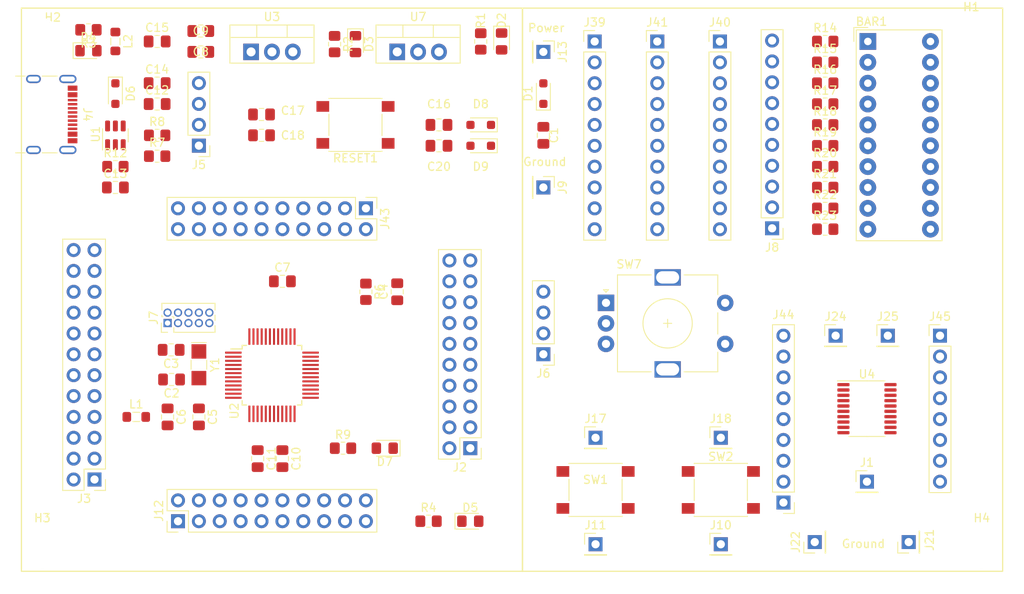
<source format=kicad_pcb>
(kicad_pcb (version 20221018) (generator pcbnew)
  (layers (0 "F.Cu" signal) (31 "B.Cu" signal) (34 "B.Paste" user) (35 "F.Paste" user) (36 "B.SilkS" user "B.Silkscreen") (37 "F.SilkS" user "F.Silkscreen") (38 "B.Mask" user) (39 "F.Mask" user) (44 "Edge.Cuts" user))
  (net 0 "")
  (net 1 "Net-(BAR1-A-Pad1)")
  (net 2 "Net-(BAR1-A-Pad2)")
  (net 3 "Net-(BAR1-A-Pad3)")
  (net 4 "Net-(BAR1-A-Pad4)")
  (net 5 "Net-(BAR1-A-Pad5)")
  (net 6 "Net-(BAR1-A-Pad6)")
  (net 7 "Net-(BAR1-A-Pad7)")
  (net 8 "Net-(BAR1-A-Pad8)")
  (net 9 "Net-(BAR1-A-Pad9)")
  (net 10 "Net-(BAR1-A-Pad10)")
  (net 11 "GND")
  (net 12 "USBrail")
  (net 13 "Net-(U2-PA01{slash}EXTINT1{slash}XOUT32{slash}+SERCOM1.1)")
  (net 14 "Net-(U2-PA00{slash}EXTINT0{slash}XIN32{slash}+SERCOM1.0)")
  (net 15 "Net-(U2-~{RESET})")
  (net 16 "Net-(U2-VDDANA)")
  (net 17 "Net-(U2-VDDCORE)")
  (net 18 "+3.3V")
  (net 19 "Net-(D6-A)")
  (net 20 "Net-(J4-SHIELD)")
  (net 21 "Net-(D6-K)")
  (net 22 "Net-(D1-A)")
  (net 23 "Net-(D2-A)")
  (net 24 "Net-(D3-A)")
  (net 25 "Net-(D4-A)")
  (net 26 "Net-(D7-A)")
  (net 27 "Net-(D5-A)")
  (net 28 "Net-(D8-K)")
  (net 29 "Net-(J3-Pin_3)")
  (net 30 "Net-(D9-K)")
  (net 31 "Net-(J3-Pin_5)")
  (net 32 "Net-(J3-Pin_7)")
  (net 33 "Net-(J2-Pin_13)")
  (net 34 "Net-(J3-Pin_10)")
  (net 35 "Net-(J4-CC1)")
  (net 36 "Net-(J5-Pin_2)")
  (net 37 "Net-(J5-Pin_3)")
  (net 39 "Net-(J4-CC2)")
  (net 41 "RESET")
  (net 44 "Net-(J8-Pin_1)")
  (net 45 "Net-(J8-Pin_2)")
  (net 46 "Net-(J8-Pin_3)")
  (net 47 "Net-(J8-Pin_4)")
  (net 48 "Net-(J8-Pin_5)")
  (net 49 "Net-(J8-Pin_6)")
  (net 50 "Net-(J8-Pin_7)")
  (net 51 "Net-(J8-Pin_8)")
  (net 52 "Net-(J8-Pin_9)")
  (net 53 "Net-(J8-Pin_10)")
  (net 54 "Net-(J18-Pin_1)")
  (net 55 "Net-(J44-Pin_1)")
  (net 56 "Net-(J44-Pin_2)")
  (net 57 "Net-(J44-Pin_3)")
  (net 58 "Net-(J44-Pin_4)")
  (net 59 "Net-(J44-Pin_5)")
  (net 60 "Net-(J44-Pin_6)")
  (net 61 "Net-(J44-Pin_7)")
  (net 62 "Net-(J44-Pin_8)")
  (net 63 "Net-(J44-Pin_9)")
  (net 64 "Net-(J45-Pin_1)")
  (net 65 "Net-(J45-Pin_2)")
  (net 66 "Net-(J45-Pin_3)")
  (net 67 "Net-(J45-Pin_4)")
  (net 68 "Net-(J45-Pin_5)")
  (net 69 "Net-(J45-Pin_6)")
  (net 70 "Net-(J45-Pin_7)")
  (net 71 "Net-(J45-Pin_8)")
  (net 72 "D+")
  (net 73 "D-")
  (net 74 "Net-(J10-Pin_1)")
  (net 75 "Net-(J11-Pin_1)")
  (net 76 "Net-(J17-Pin_1)")
  (net 77 "Net-(J24-Pin_1)")
  (net 78 "Net-(J25-Pin_1)")
  (net 80 "+5V")
  (net 81 "Net-(J2-Pin_15)")
  (net 82 "Net-(J2-Pin_17)")
  (net 83 "Net-(J3-Pin_11)")
  (net 84 "Net-(J3-Pin_13)")
  (net 85 "Net-(J3-Pin_15)")
  (net 86 "Net-(J3-Pin_17)")
  (net 87 "AREF")
  (net 88 "Net-(J3-Pin_21)")
  (net 89 "Net-(J12-Pin_3)")
  (net 90 "Net-(J12-Pin_13)")
  (net 91 "Net-(J12-Pin_5)")
  (net 92 "Net-(J12-Pin_15)")
  (net 93 "Net-(J12-Pin_7)")
  (net 94 "Net-(J12-Pin_17)")
  (net 95 "Net-(J12-Pin_10)")
  (net 96 "Net-(J12-Pin_11)")
  (net 97 "Net-(J2-Pin_3)")
  (net 98 "Net-(J43-Pin_13)")
  (net 99 "Net-(J2-Pin_5)")
  (net 100 "Net-(J43-Pin_15)")
  (net 101 "Net-(J2-Pin_7)")
  (net 102 "Net-(J6-Pin_2)")
  (net 103 "Net-(J6-Pin_4)")
  (net 104 "Net-(J6-Pin_3)")
  (net 105 "Net-(J2-Pin_10)")
  (net 106 "Net-(J2-Pin_11)")
  (net 107 "Net-(J43-Pin_3)")
  (net 108 "Net-(J43-Pin_5)")
  (net 109 "Net-(J43-Pin_7)")
  (net 110 "Net-(J43-Pin_10)")
  (net 111 "Net-(J43-Pin_11)")
  (footprint "Connector_PinHeader_2.54mm:PinHeader_1x10_P2.54mm_Vertical" (layer "F.Cu") (at 218.3325 82.4425 180)
    (fp_text reference "J8" (at 0 -2.33) (layer "F.SilkS"))
    (fp_text value "Conn_01x10" hide)
    (pad "1" thru_hole rect (at 0 0 180) (size 1.7 1.7) (drill 1) (layers "*.Cu" "*.Mask") (net 44 "Net-(J8-Pin_1)"))
    (pad "2" thru_hole oval (at 0 2.54 180) (size 1.7 1.7) (drill 1) (layers "*.Cu" "*.Mask") (net 45 "Net-(J8-Pin_2)"))
    (pad "3" thru_hole oval (at 0 5.08 180) (size 1.7 1.7) (drill 1) (layers "*.Cu" "*.Mask") (net 46 "Net-(J8-Pin_3)"))
    (pad "4" thru_hole oval (at 0 7.62 180) (size 1.7 1.7) (drill 1) (layers "*.Cu" "*.Mask") (net 47 "Net-(J8-Pin_4)"))
    (pad "5" thru_hole oval (at 0 10.16 180) (size 1.7 1.7) (drill 1) (layers "*.Cu" "*.Mask") (net 48 "Net-(J8-Pin_5)"))
    (pad "6" thru_hole oval (at 0 12.7 180) (size 1.7 1.7) (drill 1) (layers "*.Cu" "*.Mask") (net 49 "Net-(J8-Pin_6)"))
    (pad "7" thru_hole oval (at 0 15.24 180) (size 1.7 1.7) (drill 1) (layers "*.Cu" "*.Mask") (net 50 "Net-(J8-Pin_7)"))
    (pad "8" thru_hole oval (at 0 17.78 180) (size 1.7 1.7) (drill 1) (layers "*.Cu" "*.Mask") (net 51 "Net-(J8-Pin_8)"))
    (pad "9" thru_hole oval (at 0 20.32 180) (size 1.7 1.7) (drill 1) (layers "*.Cu" "*.Mask") (net 52 "Net-(J8-Pin_9)"))
    (pad "10" thru_hole oval (at 0 22.86 180) (size 1.7 1.7) (drill 1) (layers "*.Cu" "*.Mask") (net 53 "Net-(J8-Pin_10)"))
  )
  (footprint "Inductor_SMD:L_0805_2012Metric_Pad1.05x1.20mm_HandSolder" (layer "F.Cu") (at 138.43 59.69 -90)
    (fp_text reference "L2" (at 0 -1.55 -270) (layer "F.SilkS"))
    (fp_text value "10uH")
    (pad "1" smd roundrect (at -1.15 0 270) (size 1.05 1.2) (layers "F.Cu" "F.Paste" "F.Mask") (roundrect_rratio 0.238095) (net 12 "USBrail"))
    (pad "2" smd roundrect (at 1.15 0 270) (size 1.05 1.2) (layers "F.Cu" "F.Paste" "F.Mask") (roundrect_rratio 0.238095) (net 21 "Net-(D6-K)"))
  )
  (footprint "samd21-board:TQFP-48_7x7mm_P0.5mm_hand_solder" (layer "F.Cu") (at 157.48 100.33)
    (fp_text reference "U2" (at -4.57708 4.35356 90) (layer "F.SilkS"))
    (fp_text value "ATSAMD21G18A-AUT")
    (pad "1" smd rect (at -4.7 -2.75) (size 2 0.25) (layers "F.Cu" "F.Paste" "F.Mask") (net 14 "Net-(U2-PA00{slash}EXTINT0{slash}XIN32{slash}+SERCOM1.0)"))
    (pad "2" smd rect (at -4.7 -2.25) (size 2 0.25) (layers "F.Cu" "F.Paste" "F.Mask") (net 13 "Net-(U2-PA01{slash}EXTINT1{slash}XOUT32{slash}+SERCOM1.1)"))
    (pad "3" smd rect (at -4.7 -1.75) (size 2 0.25) (layers "F.Cu" "F.Paste" "F.Mask") (net 88 "Net-(J3-Pin_21)"))
    (pad "4" smd rect (at -4.7 -1.25) (size 2 0.25) (layers "F.Cu" "F.Paste" "F.Mask") (net 87 "AREF"))
    (pad "5" smd rect (at -4.7 -0.75) (size 2 0.25) (layers "F.Cu" "F.Paste" "F.Mask") (net 11 "GND"))
    (pad "6" smd rect (at -4.7 -0.25) (size 2 0.25) (layers "F.Cu" "F.Paste" "F.Mask") (net 16 "Net-(U2-VDDANA)"))
    (pad "7" smd rect (at -4.7 0.25) (size 2 0.25) (layers "F.Cu" "F.Paste" "F.Mask") (net 86 "Net-(J3-Pin_17)"))
    (pad "8" smd rect (at -4.7 0.75) (size 2 0.25) (layers "F.Cu" "F.Paste" "F.Mask") (net 85 "Net-(J3-Pin_15)"))
    (pad "9" smd rect (at -4.7 1.25) (size 2 0.25) (layers "F.Cu" "F.Paste" "F.Mask") (net 84 "Net-(J3-Pin_13)"))
    (pad "10" smd rect (at -4.7 1.75) (size 2 0.25) (layers "F.Cu" "F.Paste" "F.Mask") (net 83 "Net-(J3-Pin_11)"))
    (pad "11" smd rect (at -4.7 2.25) (size 2 0.25) (layers "F.Cu" "F.Paste" "F.Mask") (net 34 "Net-(J3-Pin_10)"))
    (pad "12" smd rect (at -4.7 2.75) (size 2 0.25) (layers "F.Cu" "F.Paste" "F.Mask") (net 32 "Net-(J3-Pin_7)"))
    (pad "13" smd rect (at -2.75 4.7 90) (size 2 0.25) (layers "F.Cu" "F.Paste" "F.Mask") (net 18 "+3.3V"))
    (pad "14" smd rect (at -2.25 4.7 90) (size 2 0.25) (layers "F.Cu" "F.Paste" "F.Mask") (net 89 "Net-(J12-Pin_3)"))
    (pad "15" smd rect (at -1.75 4.7 90) (size 2 0.25) (layers "F.Cu" "F.Paste" "F.Mask") (net 91 "Net-(J12-Pin_5)"))
    (pad "16" smd rect (at -1.25 4.7 90) (size 2 0.25) (layers "F.Cu" "F.Paste" "F.Mask") (net 93 "Net-(J12-Pin_7)"))
    (pad "17" smd rect (at -0.75 4.7 90) (size 2 0.25) (layers "F.Cu" "F.Paste" "F.Mask") (net 18 "+3.3V"))
    (pad "18" smd rect (at -0.25 4.7 90) (size 2 0.25) (layers "F.Cu" "F.Paste" "F.Mask") (net 11 "GND"))
    (pad "19" smd rect (at 0.25 4.7 90) (size 2 0.25) (layers "F.Cu" "F.Paste" "F.Mask") (net 95 "Net-(J12-Pin_10)"))
    (pad "20" smd rect (at 0.75 4.7 90) (size 2 0.25) (layers "F.Cu" "F.Paste" "F.Mask") (net 96 "Net-(J12-Pin_11)"))
    (pad "21" smd rect (at 1.25 4.7 90) (size 2 0.25) (layers "F.Cu" "F.Paste" "F.Mask") (net 90 "Net-(J12-Pin_13)"))
    (pad "22" smd rect (at 1.75 4.7 90) (size 2 0.25) (layers "F.Cu" "F.Paste" "F.Mask") (net 92 "Net-(J12-Pin_15)"))
    (pad "23" smd rect (at 2.25 4.7 90) (size 2 0.25) (layers "F.Cu" "F.Paste" "F.Mask") (net 94 "Net-(J12-Pin_17)"))
    (pad "24" smd rect (at 2.75 4.7 90) (size 2 0.25) (layers "F.Cu" "F.Paste" "F.Mask") (net 97 "Net-(J2-Pin_3)"))
    (pad "25" smd rect (at 4.7 2.75) (size 2 0.25) (layers "F.Cu" "F.Paste" "F.Mask") (net 99 "Net-(J2-Pin_5)"))
    (pad "26" smd rect (at 4.7 2.25) (size 2 0.25) (layers "F.Cu" "F.Paste" "F.Mask") (net 101 "Net-(J2-Pin_7)"))
    (pad "27" smd rect (at 4.7 1.75) (size 2 0.25) (layers "F.Cu" "F.Paste" "F.Mask") (net 105 "Net-(J2-Pin_10)"))
    (pad "28" smd rect (at 4.7 1.25) (size 2 0.25) (layers "F.Cu" "F.Paste" "F.Mask") (net 106 "Net-(J2-Pin_11)"))
    (pad "29" smd rect (at 4.7 0.75) (size 2 0.25) (layers "F.Cu" "F.Paste" "F.Mask") (net 33 "Net-(J2-Pin_13)"))
    (pad "30" smd rect (at 4.7 0.25) (size 2 0.25) (layers "F.Cu" "F.Paste" "F.Mask") (net 81 "Net-(J2-Pin_15)"))
    (pad "31" smd rect (at 4.7 -0.25) (size 2 0.25) (layers "F.Cu" "F.Paste" "F.Mask") (net 82 "Net-(J2-Pin_17)"))
    (pad "32" smd rect (at 4.7 -0.75) (size 2 0.25) (layers "F.Cu" "F.Paste" "F.Mask") (net 107 "Net-(J43-Pin_3)"))
    (pad "33" smd rect (at 4.7 -1.25) (size 2 0.25) (layers "F.Cu" "F.Paste" "F.Mask") (net 73 "D-"))
    (pad "34" smd rect (at 4.7 -1.75) (size 2 0.25) (layers "F.Cu" "F.Paste" "F.Mask") (net 72 "D+"))
    (pad "35" smd rect (at 4.7 -2.25) (size 2 0.25) (layers "F.Cu" "F.Paste" "F.Mask") (net 11 "GND"))
    (pad "36" smd rect (at 4.7 -2.75) (size 2 0.25) (layers "F.Cu" "F.Paste" "F.Mask") (net 18 "+3.3V"))
    (pad "37" smd rect (at 2.75 -4.7 90) (size 2 0.25) (layers "F.Cu" "F.Paste" "F.Mask") (net 108 "Net-(J43-Pin_5)"))
    (pad "38" smd rect (at 2.25 -4.7 90) (size 2 0.25) (layers "F.Cu" "F.Paste" "F.Mask") (net 109 "Net-(J43-Pin_7)"))
    (pad "39" smd rect (at 1.75 -4.7 90) (size 2 0.25) (layers "F.Cu" "F.Paste" "F.Mask") (net 110 "Net-(J43-Pin_10)"))
    (pad "40" smd rect (at 1.25 -4.7 90) (size 2 0.25) (layers "F.Cu" "F.Paste" "F.Mask") (net 15 "Net-(U2-~{RESET})"))
    (pad "41" smd rect (at 0.75 -4.7 90) (size 2 0.25) (layers "F.Cu" "F.Paste" "F.Mask") (net 111 "Net-(J43-Pin_11)"))
    (pad "42" smd rect (at 0.25 -4.7 90) (size 2 0.25) (layers "F.Cu" "F.Paste" "F.Mask") (net 11 "GND"))
    (pad "43" smd rect (at -0.25 -4.7 90) (size 2 0.25) (layers "F.Cu" "F.Paste" "F.Mask") (net 17 "Net-(U2-VDDCORE)"))
    (pad "44" smd rect (at -0.75 -4.7 90) (size 2 0.25) (layers "F.Cu" "F.Paste" "F.Mask") (net 18 "+3.3V"))
    (pad "45" smd rect (at -1.25 -4.7 90) (size 2 0.25) (layers "F.Cu" "F.Paste" "F.Mask") (net 98 "Net-(J43-Pin_13)"))
    (pad "46" smd rect (at -1.75 -4.7 90) (size 2 0.25) (layers "F.Cu" "F.Paste" "F.Mask") (net 100 "Net-(J43-Pin_15)"))
    (pad "47" smd rect (at -2.25 -4.7 90) (size 2 0.25) (layers "F.Cu" "F.Paste" "F.Mask") (net 31 "Net-(J3-Pin_5)"))
    (pad "48" smd rect (at -2.75 -4.7 90) (size 2 0.25) (layers "F.Cu" "F.Paste" "F.Mask") (net 29 "Net-(J3-Pin_3)"))
  )
  (footprint "MountingHole:MountingHole_3.2mm_M3" (layer "F.Cu") (at 129.54 58.42)
    (fp_text reference "H2" (at 1.27 -1.66) (layer "F.SilkS"))
    (fp_text value "MountingHole")
    (pad "" np_thru_hole circle (at 0 0) (size 3.2 3.2) (drill 3.2) (layers "*.Cu" "*.Mask"))
  )
  (footprint "Connector_PinHeader_2.54mm:PinHeader_1x10_P2.54mm_Vertical" (layer "F.Cu") (at 196.7425 59.695)
    (fp_text reference "J39" (at 0 -2.33) (layer "F.SilkS"))
    (fp_text value "Conn_01x10" hide)
    (pad "1" thru_hole rect (at 0 0) (size 1.7 1.7) (drill 1) (layers "*.Cu" "*.Mask") (net 18 "+3.3V"))
    (pad "2" thru_hole oval (at 0 2.54) (size 1.7 1.7) (drill 1) (layers "*.Cu" "*.Mask") (net 18 "+3.3V"))
    (pad "3" thru_hole oval (at 0 5.08) (size 1.7 1.7) (drill 1) (layers "*.Cu" "*.Mask") (net 18 "+3.3V"))
    (pad "4" thru_hole oval (at 0 7.62) (size 1.7 1.7) (drill 1) (layers "*.Cu" "*.Mask") (net 18 "+3.3V"))
    (pad "5" thru_hole oval (at 0 10.16) (size 1.7 1.7) (drill 1) (layers "*.Cu" "*.Mask") (net 18 "+3.3V"))
    (pad "6" thru_hole oval (at 0 12.7) (size 1.7 1.7) (drill 1) (layers "*.Cu" "*.Mask") (net 18 "+3.3V"))
    (pad "7" thru_hole oval (at 0 15.24) (size 1.7 1.7) (drill 1) (layers "*.Cu" "*.Mask") (net 18 "+3.3V"))
    (pad "8" thru_hole oval (at 0 17.78) (size 1.7 1.7) (drill 1) (layers "*.Cu" "*.Mask") (net 18 "+3.3V"))
    (pad "9" thru_hole oval (at 0 20.32) (size 1.7 1.7) (drill 1) (layers "*.Cu" "*.Mask") (net 18 "+3.3V"))
    (pad "10" thru_hole oval (at 0 22.86) (size 1.7 1.7) (drill 1) (layers "*.Cu" "*.Mask") (net 18 "+3.3V"))
  )
  (footprint "Connector_PinHeader_2.54mm:PinHeader_1x08_P2.54mm_Vertical" (layer "F.Cu") (at 238.76 95.515)
    (fp_text reference "J45" (at 0 -2.33) (layer "F.SilkS"))
    (fp_text value "Conn_01x08" hide)
    (pad "1" thru_hole rect (at 0 0) (size 1.7 1.7) (drill 1) (layers "*.Cu" "*.Mask") (net 64 "Net-(J45-Pin_1)"))
    (pad "2" thru_hole oval (at 0 2.54) (size 1.7 1.7) (drill 1) (layers "*.Cu" "*.Mask") (net 65 "Net-(J45-Pin_2)"))
    (pad "3" thru_hole oval (at 0 5.08) (size 1.7 1.7) (drill 1) (layers "*.Cu" "*.Mask") (net 66 "Net-(J45-Pin_3)"))
    (pad "4" thru_hole oval (at 0 7.62) (size 1.7 1.7) (drill 1) (layers "*.Cu" "*.Mask") (net 67 "Net-(J45-Pin_4)"))
    (pad "5" thru_hole oval (at 0 10.16) (size 1.7 1.7) (drill 1) (layers "*.Cu" "*.Mask") (net 68 "Net-(J45-Pin_5)"))
    (pad "6" thru_hole oval (at 0 12.7) (size 1.7 1.7) (drill 1) (layers "*.Cu" "*.Mask") (net 69 "Net-(J45-Pin_6)"))
    (pad "7" thru_hole oval (at 0 15.24) (size 1.7 1.7) (drill 1) (layers "*.Cu" "*.Mask") (net 70 "Net-(J45-Pin_7)"))
    (pad "8" thru_hole oval (at 0 17.78) (size 1.7 1.7) (drill 1) (layers "*.Cu" "*.Mask") (net 71 "Net-(J45-Pin_8)"))
  )
  (footprint "Resistor_SMD:R_0805_2012Metric_Pad1.20x1.40mm_HandSolder" (layer "F.Cu") (at 182.88 59.69 -90)
    (fp_text reference "R1" (at -2.54 0 90) (layer "F.SilkS"))
    (fp_text value "1.5k")
    (pad "1" smd roundrect (at -1 0 270) (size 1.2 1.4) (layers "F.Cu" "F.Paste" "F.Mask") (roundrect_rratio 0.208333) (net 80 "+5V"))
    (pad "2" smd roundrect (at 1 0 270) (size 1.2 1.4) (layers "F.Cu" "F.Paste" "F.Mask") (roundrect_rratio 0.208333) (net 23 "Net-(D2-A)"))
  )
  (footprint "Capacitor_SMD:C_0805_2012Metric_Pad1.18x1.45mm_HandSolder" (layer "F.Cu") (at 138.43 77.47)
    (fp_text reference "C13" (at 0 -1.68) (layer "F.SilkS"))
    (fp_text value "10nF")
    (pad "1" smd roundrect (at -1.0375 0) (size 1.175 1.45) (layers "F.Cu" "F.Paste" "F.Mask") (roundrect_rratio 0.212766) (net 20 "Net-(J4-SHIELD)"))
    (pad "2" smd roundrect (at 1.0375 0) (size 1.175 1.45) (layers "F.Cu" "F.Paste" "F.Mask") (roundrect_rratio 0.212766) (net 11 "GND"))
  )
  (footprint "Resistor_SMD:R_0805_2012Metric_Pad1.20x1.40mm_HandSolder" (layer "F.Cu") (at 166.125 109.22)
    (fp_text reference "R9" (at 0 -1.65) (layer "F.SilkS"))
    (fp_text value "1k")
    (pad "1" smd roundrect (at -1 0) (size 1.2 1.4) (layers "F.Cu" "F.Paste" "F.Mask") (roundrect_rratio 0.208333) (net 18 "+3.3V"))
    (pad "2" smd roundrect (at 1 0) (size 1.2 1.4) (layers "F.Cu" "F.Paste" "F.Mask") (roundrect_rratio 0.208333) (net 26 "Net-(D7-A)"))
  )
  (footprint "Button_Switch_SMD:SW_Push_1P1T_NO_6x6mm_H9.5mm" (layer "F.Cu") (at 196.85 114.3)
    (fp_text reference "SW1" (at 0 -1.245) (layer "F.SilkS"))
    (fp_text value "SW_Push")
    (pad "1" smd rect (at -3.975 -2.25) (size 1.55 1.3) (layers "F.Cu" "F.Paste" "F.Mask") (net 76 "Net-(J17-Pin_1)"))
    (pad "1" smd rect (at 3.975 -2.25) (size 1.55 1.3) (layers "F.Cu" "F.Paste" "F.Mask") (net 76 "Net-(J17-Pin_1)"))
    (pad "2" smd rect (at -3.975 2.25) (size 1.55 1.3) (layers "F.Cu" "F.Paste" "F.Mask") (net 75 "Net-(J11-Pin_1)"))
    (pad "2" smd rect (at 3.975 2.25) (size 1.55 1.3) (layers "F.Cu" "F.Paste" "F.Mask") (net 75 "Net-(J11-Pin_1)"))
  )
  (footprint "Capacitor_SMD:C_0805_2012Metric_Pad1.18x1.45mm_HandSolder" (layer "F.Cu") (at 158.75 110.49 -90)
    (fp_text reference "C10" (at 0 -1.68 90) (layer "F.SilkS"))
    (fp_text value "0.1uF")
    (pad "1" smd roundrect (at -1.0375 0 270) (size 1.175 1.45) (layers "F.Cu" "F.Paste" "F.Mask") (roundrect_rratio 0.212766) (net 18 "+3.3V"))
    (pad "2" smd roundrect (at 1.0375 0 270) (size 1.175 1.45) (layers "F.Cu" "F.Paste" "F.Mask") (roundrect_rratio 0.212766) (net 11 "GND"))
  )
  (footprint "Diode_SMD:D_SOD-323_HandSoldering" (layer "F.Cu") (at 138.43 66.04 -90)
    (fp_text reference "D6" (at 0 -1.85 90) (layer "F.SilkS"))
    (fp_text value "D")
    (pad "1" smd roundrect (at -1.25 0 270) (size 1 1) (layers "F.Cu" "F.Paste" "F.Mask") (net 21 "Net-(D6-K)"))
    (pad "2" smd roundrect (at 1.25 0 270) (size 1 1) (layers "F.Cu" "F.Paste" "F.Mask") (net 19 "Net-(D6-A)"))
  )
  (footprint "Connector_PinHeader_2.54mm:PinHeader_1x01_P2.54mm_Vertical" (layer "F.Cu") (at 196.85 107.95)
    (fp_text reference "J17" (at 0 -2.33) (layer "F.SilkS"))
    (fp_text value "Conn_01x01" hide)
    (pad "1" thru_hole rect (at 0 0) (size 1.7 1.7) (drill 1) (layers "*.Cu" "*.Mask") (net 76 "Net-(J17-Pin_1)"))
  )
  (footprint "Resistor_SMD:R_0805_2012Metric_Pad1.20x1.40mm_HandSolder" (layer "F.Cu") (at 168.91 90.17 -90)
    (fp_text reference "R6" (at 0 -1.65 90) (layer "F.SilkS"))
    (fp_text value "100")
    (pad "1" smd roundrect (at -1 0 270) (size 1.2 1.4) (layers "F.Cu" "F.Paste" "F.Mask") (roundrect_rratio 0.208333) (net 41 "RESET"))
    (pad "2" smd roundrect (at 1 0 270) (size 1.2 1.4) (layers "F.Cu" "F.Paste" "F.Mask") (roundrect_rratio 0.208333) (net 15 "Net-(U2-~{RESET})"))
  )
  (footprint "Capacitor_SMD:C_0805_2012Metric_Pad1.18x1.45mm_HandSolder" (layer "F.Cu") (at 190.5 71.12 -90)
    (fp_text reference "C1" (at 0 -1.27 90) (layer "F.SilkS"))
    (fp_text value "0.1uF")
    (pad "1" smd roundrect (at -1.0375 0 270) (size 1.175 1.45) (layers "F.Cu" "F.Paste" "F.Mask") (roundrect_rratio 0.212766) (net 12 "USBrail"))
    (pad "2" smd roundrect (at 1.0375 0 270) (size 1.175 1.45) (layers "F.Cu" "F.Paste" "F.Mask") (roundrect_rratio 0.212766) (net 11 "GND"))
  )
  (footprint "Connector_PinHeader_2.54mm:PinHeader_1x01_P2.54mm_Vertical" (layer "F.Cu") (at 234.95 120.65 90)
    (fp_text reference "J21" (at 0.265 2.54 90) (layer "F.SilkS"))
    (fp_text value "Conn_01x01_Socket" hide)
    (pad "1" thru_hole rect (at 0 0 90) (size 1.7 1.7) (drill 1) (layers "*.Cu" "*.Mask") (net 11 "GND"))
  )
  (footprint "Display:HDSP-4836" (layer "F.Cu") (at 229.9775 59.69)
    (fp_text reference "BAR1" (at 0.45 -2.42) (layer "F.SilkS"))
    (fp_text value "HDSP-4836_2")
    (pad "1" thru_hole rect (at 0 0 270) (size 2.032 2.032) (drill 0.9144) (layers "*.Cu" "*.Mask") (net 1 "Net-(BAR1-A-Pad1)"))
    (pad "2" thru_hole circle (at 0 2.54 270) (size 2.032 2.032) (drill 0.9144) (layers "*.Cu" "*.Mask") (net 2 "Net-(BAR1-A-Pad2)"))
    (pad "3" thru_hole circle (at 0 5.08 270) (size 2.032 2.032) (drill 0.9144) (layers "*.Cu" "*.Mask") (net 3 "Net-(BAR1-A-Pad3)"))
    (pad "4" thru_hole circle (at 0 7.62 270) (size 2.032 2.032) (drill 0.9144) (layers "*.Cu" "*.Mask") (net 4 "Net-(BAR1-A-Pad4)"))
    (pad "5" thru_hole circle (at 0 10.16 270) (size 2.032 2.032) (drill 0.9144) (layers "*.Cu" "*.Mask") (net 5 "Net-(BAR1-A-Pad5)"))
    (pad "6" thru_hole circle (at 0 12.7 270) (size 2.032 2.032) (drill 0.9144) (layers "*.Cu" "*.Mask") (net 6 "Net-(BAR1-A-Pad6)"))
    (pad "7" thru_hole circle (at 0 15.24 270) (size 2.032 2.032) (drill 0.9144) (layers "*.Cu" "*.Mask") (net 7 "Net-(BAR1-A-Pad7)"))
    (pad "8" thru_hole circle (at 0 17.78 270) (size 2.032 2.032) (drill 0.9144) (layers "*.Cu" "*.Mask") (net 8 "Net-(BAR1-A-Pad8)"))
    (pad "9" thru_hole circle (at 0 20.32 270) (size 2.032 2.032) (drill 0.9144) (layers "*.Cu" "*.Mask") (net 9 "Net-(BAR1-A-Pad9)"))
    (pad "10" thru_hole circle (at 0 22.86 270) (size 2.032 2.032) (drill 0.9144) (layers "*.Cu" "*.Mask") (net 10 "Net-(BAR1-A-Pad10)"))
    (pad "11" thru_hole circle (at 7.62 22.86 270) (size 2.032 2.032) (drill 0.9144) (layers "*.Cu" "*.Mask") (net 11 "GND"))
    (pad "12" thru_hole circle (at 7.62 20.32 270) (size 2.032 2.032) (drill 0.9144) (layers "*.Cu" "*.Mask") (net 11 "GND"))
    (pad "13" thru_hole circle (at 7.62 17.78 270) (size 2.032 2.032) (drill 0.9144) (layers "*.Cu" "*.Mask") (net 11 "GND"))
    (pad "14" thru_hole circle (at 7.62 15.24 270) (size 2.032 2.032) (drill 0.9144) (layers "*.Cu" "*.Mask") (net 11 "GND"))
    (pad "15" thru_hole circle (at 7.62 12.7 270) (size 2.032 2.032) (drill 0.9144) (layers "*.Cu" "*.Mask") (net 11 "GND"))
    (pad "16" thru_hole circle (at 7.62 10.16 270) (size 2.032 2.032) (drill 0.9144) (layers "*.Cu" "*.Mask") (net 11 "GND"))
    (pad "17" thru_hole circle (at 7.62 7.62 270) (size 2.032 2.032) (drill 0.9144) (layers "*.Cu" "*.Mask") (net 11 "GND"))
    (pad "18" thru_hole circle (at 7.62 5.08 270) (size 2.032 2.032) (drill 0.9144) (layers "*.Cu" "*.Mask") (net 11 "GND"))
    (pad "19" thru_hole circle (at 7.62 2.54 270) (size 2.032 2.032) (drill 0.9144) (layers "*.Cu" "*.Mask") (net 11 "GND"))
    (pad "20" thru_hole circle (at 7.62 0 270) (size 2.032 2.032) (drill 0.9144) (layers "*.Cu" "*.Mask") (net 11 "GND"))
  )
  (footprint "Package_TO_SOT_THT:TO-220-3_Vertical" (layer "F.Cu") (at 154.94 60.96)
    (fp_text reference "U3" (at 2.54 -4.27) (layer "F.SilkS"))
    (fp_text value "LF33_TO220")
    (pad "1" thru_hole rect (at 0 0) (size 1.905 2) (drill 1.1) (layers "*.Cu" "*.Mask") (net 12 "USBrail"))
    (pad "2" thru_hole oval (at 2.54 0) (size 1.905 2) (drill 1.1) (layers "*.Cu" "*.Mask") (net 11 "GND"))
    (pad "3" thru_hole oval (at 5.08 0) (size 1.905 2) (drill 1.1) (layers "*.Cu" "*.Mask") (net 18 "+3.3V"))
  )
  (footprint "Capacitor_SMD:C_0805_2012Metric_Pad1.18x1.45mm_HandSolder" (layer "F.Cu") (at 143.51 59.69)
    (fp_text reference "C15" (at 0 -1.68) (layer "F.SilkS"))
    (fp_text value "220nF")
    (pad "1" smd roundrect (at -1.0375 0) (size 1.175 1.45) (layers "F.Cu" "F.Paste" "F.Mask") (roundrect_rratio 0.212766) (net 12 "USBrail"))
    (pad "2" smd roundrect (at 1.0375 0) (size 1.175 1.45) (layers "F.Cu" "F.Paste" "F.Mask") (roundrect_rratio 0.212766) (net 11 "GND"))
  )
  (footprint "Rotary_Encoder:RotaryEncoder_Alps_EC11E-Switch_Vertical_H20mm" (layer "F.Cu") (at 198.12 91.52)
    (fp_text reference "SW7" (at 2.8 -4.7) (layer "F.SilkS"))
    (fp_text value "RotaryEncoder_Switch")
    (pad "A" thru_hole rect (at 0 0) (size 2 2) (drill 1) (layers "*.Cu" "*.Mask") (net 104 "Net-(J6-Pin_3)"))
    (pad "B" thru_hole circle (at 0 5) (size 2 2) (drill 1) (layers "*.Cu" "*.Mask") (net 102 "Net-(J6-Pin_2)"))
    (pad "C" thru_hole circle (at 0 2.5) (size 2 2) (drill 1) (layers "*.Cu" "*.Mask") (net 11 "GND"))
    (pad "MP" thru_hole rect (at 7.5 -3.1) (size 3.2 2) (drill oval 2.8 1.5) (layers "*.Cu" "*.Mask"))
    (pad "MP" thru_hole rect (at 7.5 8.1) (size 3.2 2) (drill oval 2.8 1.5) (layers "*.Cu" "*.Mask"))
    (pad "S1" thru_hole circle (at 14.5 5) (size 2 2) (drill 1) (layers "*.Cu" "*.Mask") (net 103 "Net-(J6-Pin_4)"))
    (pad "S2" thru_hole circle (at 14.5 0) (size 2 2) (drill 1) (layers "*.Cu" "*.Mask") (net 11 "GND"))
  )
  (footprint "LED_SMD:LED_0805_2012Metric_Pad1.15x1.40mm_HandSolder" (layer "F.Cu") (at 171.205 109.22 180)
    (fp_text reference "D7" (at 0 -1.65) (layer "F.SilkS"))
    (fp_text value "LED")
    (pad "1" smd roundrect (at -1.025 0 180) (size 1.15 1.4) (layers "F.Cu" "F.Paste" "F.Mask") (roundrect_rratio 0.217391) (net 11 "GND"))
    (pad "2" smd roundrect (at 1.025 0 180) (size 1.15 1.4) (layers "F.Cu" "F.Paste" "F.Mask") (roundrect_rratio 0.217391) (net 26 "Net-(D7-A)"))
  )
  (footprint "Capacitor_SMD:C_0805_2012Metric_Pad1.18x1.45mm_HandSolder" (layer "F.Cu") (at 144.78 105.41 -90)
    (fp_text reference "C6" (at 0 -1.68 90) (layer "F.SilkS"))
    (fp_text value "10uF")
    (pad "1" smd roundrect (at -1.0375 0 270) (size 1.175 1.45) (layers "F.Cu" "F.Paste" "F.Mask") (roundrect_rratio 0.212766) (net 16 "Net-(U2-VDDANA)"))
    (pad "2" smd roundrect (at 1.0375 0 270) (size 1.175 1.45) (layers "F.Cu" "F.Paste" "F.Mask") (roundrect_rratio 0.212766) (net 11 "GND"))
  )
  (footprint "Package_TO_SOT_SMD:SOT-23-6" (layer "F.Cu") (at 138.43 71.12 90)
    (fp_text reference "U1" (at 0.1325 -2.4 90) (layer "F.SilkS"))
    (fp_text value "USBLC6-2SC6")
    (pad "1" smd roundrect (at -1.1375 -0.95 90) (size 1.325 0.6) (layers "F.Cu" "F.Paste" "F.Mask") (net 37 "Net-(J5-Pin_3)"))
    (pad "2" smd roundrect (at -1.1375 0 90) (size 1.325 0.6) (layers "F.Cu" "F.Paste" "F.Mask") (net 11 "GND"))
    (pad "3" smd roundrect (at -1.1375 0.95 90) (size 1.325 0.6) (layers "F.Cu" "F.Paste" "F.Mask") (net 36 "Net-(J5-Pin_2)"))
    (pad "4" smd roundrect (at 1.1375 0.95 90) (size 1.325 0.6) (layers "F.Cu" "F.Paste" "F.Mask") (net 72 "D+"))
    (pad "5" smd roundrect (at 1.1375 0 90) (size 1.325 0.6) (layers "F.Cu" "F.Paste" "F.Mask") (net 19 "Net-(D6-A)"))
    (pad "6" smd roundrect (at 1.1375 -0.95 90) (size 1.325 0.6) (layers "F.Cu" "F.Paste" "F.Mask") (net 73 "D-"))
  )
  (footprint "Resistor_SMD:R_0805_2012Metric_Pad1.20x1.40mm_HandSolder" (layer "F.Cu") (at 135.151019 58.271222 180)
    (fp_text reference "R3" (at 0 -1.65) (layer "F.SilkS"))
    (fp_text value "1.5k")
    (pad "1" smd roundrect (at -1 0 180) (size 1.2 1.4) (layers "F.Cu" "F.Paste" "F.Mask") (roundrect_rratio 0.208333) (net 25 "Net-(D4-A)"))
    (pad "2" smd roundrect (at 1 0 180) (size 1.2 1.4) (layers "F.Cu" "F.Paste" "F.Mask") (roundrect_rratio 0.208333) (net 12 "USBrail"))
  )
  (footprint "MountingHole:MountingHole_3.2mm_M3" (layer "F.Cu") (at 129.54 121.92)
    (fp_text reference "H3" (at 0 -4.2) (layer "F.SilkS"))
    (fp_text value "MountingHole")
    (pad "" np_thru_hole circle (at 0 0) (size 3.2 3.2) (drill 3.2) (layers "*.Cu" "*.Mask"))
  )
  (footprint "Capacitor_SMD:C_0805_2012Metric_Pad1.18x1.45mm_HandSolder" (layer "F.Cu") (at 158.75 88.9)
    (fp_text reference "C7" (at 0 -1.68) (layer "F.SilkS"))
    (fp_text value "1uF")
    (pad "1" smd roundrect (at -1.0375 0) (size 1.175 1.45) (layers "F.Cu" "F.Paste" "F.Mask") (roundrect_rratio 0.212766) (net 17 "Net-(U2-VDDCORE)"))
    (pad "2" smd roundrect (at 1.0375 0) (size 1.175 1.45) (layers "F.Cu" "F.Paste" "F.Mask") (roundrect_rratio 0.212766) (net 11 "GND"))
  )
  (footprint "Connector_PinHeader_2.54mm:PinHeader_1x01_P2.54mm_Vertical" (layer "F.Cu") (at 232.41 95.515)
    (fp_text reference "J25" (at 0 -2.33) (layer "F.SilkS"))
    (fp_text value "Conn_01x01" hide)
    (pad "1" thru_hole rect (at 0 0) (size 1.7 1.7) (drill 1) (layers "*.Cu" "*.Mask") (net 78 "Net-(J25-Pin_1)"))
  )
  (footprint "Resistor_SMD:R_0805_2012Metric_Pad1.20x1.40mm_HandSolder" (layer "F.Cu") (at 224.79 69.85)
    (fp_text reference "R18" (at 0 -1.65) (layer "F.SilkS"))
    (fp_text value "1k")
    (pad "1" smd roundrect (at -1 0) (size 1.2 1.4) (layers "F.Cu" "F.Paste" "F.Mask") (roundrect_rratio 0.208333) (net 49 "Net-(J8-Pin_6)"))
    (pad "2" smd roundrect (at 1 0) (size 1.2 1.4) (layers "F.Cu" "F.Paste" "F.Mask") (roundrect_rratio 0.208333) (net 5 "Net-(BAR1-A-Pad5)"))
  )
  (footprint "Resistor_SMD:R_0805_2012Metric_Pad1.20x1.40mm_HandSolder" (layer "F.Cu") (at 224.79 62.23)
    (fp_text reference "R15" (at 0 -1.65) (layer "F.SilkS"))
    (fp_text value "1k")
    (pad "1" smd roundrect (at -1 0) (size 1.2 1.4) (layers "F.Cu" "F.Paste" "F.Mask") (roundrect_rratio 0.208333) (net 52 "Net-(J8-Pin_9)"))
    (pad "2" smd roundrect (at 1 0) (size 1.2 1.4) (layers "F.Cu" "F.Paste" "F.Mask") (roundrect_rratio 0.208333) (net 2 "Net-(BAR1-A-Pad2)"))
  )
  (footprint "Connector_PinHeader_2.54mm:PinHeader_1x01_P2.54mm_Vertical" (layer "F.Cu") (at 226.06 95.515)
    (fp_text reference "J24" (at 0 -2.33) (layer "F.SilkS"))
    (fp_text value "Conn_01x01" hide)
    (pad "1" thru_hole rect (at 0 0) (size 1.7 1.7) (drill 1) (layers "*.Cu" "*.Mask") (net 77 "Net-(J24-Pin_1)"))
  )
  (footprint "Resistor_SMD:R_0805_2012Metric_Pad1.20x1.40mm_HandSolder" (layer "F.Cu") (at 165.1 60.015 -90)
    (fp_text reference "R2" (at 0 -1.65 90) (layer "F.SilkS"))
    (fp_text value "1k")
    (pad "1" smd roundrect (at -1 0 270) (size 1.2 1.4) (layers "F.Cu" "F.Paste" "F.Mask") (roundrect_rratio 0.208333) (net 18 "+3.3V"))
    (pad "2" smd roundrect (at 1 0 270) (size 1.2 1.4) (layers "F.Cu" "F.Paste" "F.Mask") (roundrect_rratio 0.208333) (net 24 "Net-(D3-A)"))
  )
  (footprint "Capacitor_SMD:C_0805_2012Metric_Pad1.18x1.45mm_HandSolder" (layer "F.Cu") (at 143.51 67.31)
    (fp_text reference "C12" (at 0 -1.68) (layer "F.SilkS"))
    (fp_text value "220nF")
    (pad "1" smd roundrect (at -1.0375 0) (size 1.175 1.45) (layers "F.Cu" "F.Paste" "F.Mask") (roundrect_rratio 0.212766) (net 19 "Net-(D6-A)"))
    (pad "2" smd roundrect (at 1.0375 0) (size 1.175 1.45) (layers "F.Cu" "F.Paste" "F.Mask") (roundrect_rratio 0.212766) (net 11 "GND"))
  )
  (footprint "Connector_PinHeader_2.54mm:PinHeader_1x01_P2.54mm_Vertical" (layer "F.Cu") (at 190.5 77.47 -90)
    (fp_text reference "J9" (at 0 -2.33 90) (layer "F.SilkS"))
    (fp_text value "Conn_01x01" hide)
    (pad "1" thru_hole rect (at 0 0 270) (size 1.7 1.7) (drill 1) (layers "*.Cu" "*.Mask") (net 11 "GND"))
  )
  (footprint "Capacitor_SMD:C_0805_2012Metric_Pad1.18x1.45mm_HandSolder" (layer "F.Cu") (at 145.263852 100.851145 180)
    (fp_text reference "C2" (at 0 -1.68) (layer "F.SilkS"))
    (fp_text value "10pF")
    (pad "1" smd roundrect (at -1.0375 0 180) (size 1.175 1.45) (layers "F.Cu" "F.Paste" "F.Mask") (roundrect_rratio 0.212766) (net 11 "GND"))
    (pad "2" smd roundrect (at 1.0375 0 180) (size 1.175 1.45) (layers "F.Cu" "F.Paste" "F.Mask") (roundrect_rratio 0.212766) (net 13 "Net-(U2-PA01{slash}EXTINT1{slash}XOUT32{slash}+SERCOM1.1)"))
  )
  (footprint "Capacitor_SMD:C_0805_2012Metric_Pad1.18x1.45mm_HandSolder" (layer "F.Cu") (at 155.74 110.49 -90)
    (fp_text reference "C11" (at 0 -1.68 90) (layer "F.SilkS"))
    (fp_text value "10uF")
    (pad "1" smd roundrect (at -1.0375 0 270) (size 1.175 1.45) (layers "F.Cu" "F.Paste" "F.Mask") (roundrect_rratio 0.212766) (net 18 "+3.3V"))
    (pad "2" smd roundrect (at 1.0375 0 270) (size 1.175 1.45) (layers "F.Cu" "F.Paste" "F.Mask") (roundrect_rratio 0.212766) (net 11 "GND"))
  )
  (footprint "Inductor_SMD:L_0805_2012Metric_Pad1.05x1.20mm_HandSolder" (layer "F.Cu") (at 140.97 105.41)
    (fp_text reference "L1" (at 0 -1.55) (layer "F.SilkS"))
    (fp_text value "10uH")
    (pad "1" smd roundrect (at -1.15 0) (size 1.05 1.2) (layers "F.Cu" "F.Paste" "F.Mask") (roundrect_rratio 0.238095) (net 18 "+3.3V"))
    (pad "2" smd roundrect (at 1.15 0) (size 1.05 1.2) (layers "F.Cu" "F.Paste" "F.Mask") (roundrect_rratio 0.238095) (net 16 "Net-(U2-VDDANA)"))
  )
  (footprint "Resistor_SMD:R_0805_2012Metric_Pad1.20x1.40mm_HandSolder" (layer "F.Cu") (at 224.79 74.93)
    (fp_text reference "R20" (at 0 -1.65) (layer "F.SilkS"))
    (fp_text value "1k")
    (pad "1" smd roundrect (at -1 0) (size 1.2 1.4) (layers "F.Cu" "F.Paste" "F.Mask") (roundrect_rratio 0.208333) (net 47 "Net-(J8-Pin_4)"))
    (pad "2" smd roundrect (at 1 0) (size 1.2 1.4) (layers "F.Cu" "F.Paste" "F.Mask") (roundrect_rratio 0.208333) (net 7 "Net-(BAR1-A-Pad7)"))
  )
  (footprint "Diode_SMD:D_SOD-323_HandSoldering" (layer "F.Cu") (at 190.5 66.04 90)
    (fp_text reference "D1" (at 0 -1.85 90) (layer "F.SilkS"))
    (fp_text value "D")
    (pad "1" smd roundrect (at -1.25 0 90) (size 1 1) (layers "F.Cu" "F.Paste" "F.Mask") (net 12 "USBrail"))
    (pad "2" smd roundrect (at 1.25 0 90) (size 1 1) (layers "F.Cu" "F.Paste" "F.Mask") (net 22 "Net-(D1-A)"))
  )
  (footprint "Connector_PinHeader_2.54mm:PinHeader_1x04_P2.54mm_Vertical" (layer "F.Cu") (at 148.59 72.38 180)
    (fp_text reference "J5" (at 0 -2.33) (layer "F.SilkS"))
    (fp_text value "Conn_01x04" hide)
    (pad "1" thru_hole rect (at 0 0 180) (size 1.7 1.7) (drill 1) (layers "*.Cu" "*.Mask") (net 11 "GND"))
    (pad "2" thru_hole oval (at 0 2.54 180) (size 1.7 1.7) (drill 1) (layers "*.Cu" "*.Mask") (net 36 "Net-(J5-Pin_2)"))
    (pad "3" thru_hole oval (at 0 5.08 180) (size 1.7 1.7) (drill 1) (layers "*.Cu" "*.Mask") (net 37 "Net-(J5-Pin_3)"))
    (pad "4" thru_hole oval (at 0 7.62 180) (size 1.7 1.7) (drill 1) (layers "*.Cu" "*.Mask") (net 19 "Net-(D6-A)"))
  )
  (footprint "Connector_PinHeader_2.54mm:PinHeader_1x01_P2.54mm_Vertical" (layer "F.Cu") (at 212.09 120.915)
    (fp_text reference "J10" (at 0 -2.33) (layer "F.SilkS"))
    (fp_text value "Conn_01x01" hide)
    (pad "1" thru_hole rect (at 0 0) (size 1.7 1.7) (drill 1) (layers "*.Cu" "*.Mask") (net 74 "Net-(J10-Pin_1)"))
  )
  (footprint "Capacitor_SMD:C_0805_2012Metric_Pad1.18x1.45mm_HandSolder" (layer "F.Cu") (at 156.21 68.58 180)
    (fp_text reference "C17" (at -3.81 0.47) (layer "F.SilkS"))
    (fp_text value "10uF")
    (pad "1" smd roundrect (at -1.0375 0 180) (size 1.175 1.45) (layers "F.Cu" "F.Paste" "F.Mask") (roundrect_rratio 0.212766) (net 18 "+3.3V"))
    (pad "2" smd roundrect (at 1.0375 0 180) (size 1.175 1.45) (layers "F.Cu" "F.Paste" "F.Mask") (roundrect_rratio 0.212766) (net 11 "GND"))
  )
  (footprint "Resistor_SMD:R_0805_2012Metric_Pad1.20x1.40mm_HandSolder" (layer "F.Cu") (at 224.79 80.01)
    (fp_text reference "R22" (at 0 -1.65) (layer "F.SilkS"))
    (fp_text value "1k")
    (pad "1" smd roundrect (at -1 0) (size 1.2 1.4) (layers "F.Cu" "F.Paste" "F.Mask") (roundrect_rratio 0.208333) (net 45 "Net-(J8-Pin_2)"))
    (pad "2" smd roundrect (at 1 0) (size 1.2 1.4) (layers "F.Cu" "F.Paste" "F.Mask") (roundrect_rratio 0.208333) (net 9 "Net-(BAR1-A-Pad9)"))
  )
  (footprint "Connector_PinHeader_2.54mm:PinHeader_1x10_P2.54mm_Vertical" (layer "F.Cu") (at 211.9825 59.695)
    (fp_text reference "J40" (at 0 -2.33) (layer "F.SilkS"))
    (fp_text value "Conn_01x10" hide)
    (pad "1" thru_hole rect (at 0 0) (size 1.7 1.7) (drill 1) (layers "*.Cu" "*.Mask") (net 80 "+5V"))
    (pad "2" thru_hole oval (at 0 2.54) (size 1.7 1.7) (drill 1) (layers "*.Cu" "*.Mask") (net 80 "+5V"))
    (pad "3" thru_hole oval (at 0 5.08) (size 1.7 1.7) (drill 1) (layers "*.Cu" "*.Mask") (net 80 "+5V"))
    (pad "4" thru_hole oval (at 0 7.62) (size 1.7 1.7) (drill 1) (layers "*.Cu" "*.Mask") (net 80 "+5V"))
    (pad "5" thru_hole oval (at 0 10.16) (size 1.7 1.7) (drill 1) (layers "*.Cu" "*.Mask") (net 80 "+5V"))
    (pad "6" thru_hole oval (at 0 12.7) (size 1.7 1.7) (drill 1) (layers "*.Cu" "*.Mask") (net 80 "+5V"))
    (pad "7" thru_hole oval (at 0 15.24) (size 1.7 1.7) (drill 1) (layers "*.Cu" "*.Mask") (net 80 "+5V"))
    (pad "8" thru_hole oval (at 0 17.78) (size 1.7 1.7) (drill 1) (layers "*.Cu" "*.Mask") (net 80 "+5V"))
    (pad "9" thru_hole oval (at 0 20.32) (size 1.7 1.7) (drill 1) (layers "*.Cu" "*.Mask") (net 80 "+5V"))
    (pad "10" thru_hole oval (at 0 22.86) (size 1.7 1.7) (drill 1) (layers "*.Cu" "*.Mask") (net 80 "+5V"))
  )
  (footprint "Connector_PinHeader_1.27mm:PinHeader_2x05_P1.27mm_Vertical" (layer "F.Cu") (at 144.78 93.98 90)
    (fp_text reference "J7" (at 0.635 -1.695 90) (layer "F.SilkS"))
    (fp_text value "Conn_01x05" hide)
    (pad "1" thru_hole rect (at 0 0 90) (size 1 1) (drill 0.65) (layers "*.Cu" "*.Mask") (net 100 "Net-(J43-Pin_15)"))
    (pad "2" thru_hole oval (at 1.27 0 90) (size 1 1) (drill 0.65) (layers "*.Cu" "*.Mask") (net 98 "Net-(J43-Pin_13)"))
    (pad "3" thru_hole oval (at 0 1.27 90) (size 1 1) (drill 0.65) (layers "*.Cu" "*.Mask"))
    (pad "4" thru_hole oval (at 1.27 1.27 90) (size 1 1) (drill 0.65) (layers "*.Cu" "*.Mask"))
    (pad "5" thru_hole oval (at 0 2.54 90) (size 1 1) (drill 0.65) (layers "*.Cu" "*.Mask") (net 41 "RESET"))
    (pad "6" thru_hole oval (at 1.27 2.54 90) (size 1 1) (drill 0.65) (layers "*.Cu" "*.Mask") (net 18 "+3.3V"))
    (pad "7" thru_hole oval (at 0 3.81 90) (size 1 1) (drill 0.65) (layers "*.Cu" "*.Mask") (net 11 "GND"))
    (pad "8" thru_hole oval (at 1.27 3.81 90) (size 1 1) (drill 0.65) (layers "*.Cu" "*.Mask") (net 11 "GND"))
    (pad "9" thru_hole oval (at 0 5.08 90) (size 1 1) (drill 0.65) (layers "*.Cu" "*.Mask"))
    (pad "10" thru_hole oval (at 1.27 5.08 90) (size 1 1) (drill 0.65) (layers "*.Cu" "*.Mask") (net 11 "GND"))
  )
  (footprint "Capacitor_SMD:C_0805_2012Metric_Pad1.18x1.45mm_HandSolder" (layer "F.Cu") (at 156.21 71.12 180)
    (fp_text reference "C18" (at -3.81 0) (layer "F.SilkS"))
    (fp_text value "0.1uF")
    (pad "1" smd roundrect (at -1.0375 0 180) (size 1.175 1.45) (layers "F.Cu" "F.Paste" "F.Mask") (roundrect_rratio 0.212766) (net 18 "+3.3V"))
    (pad "2" smd roundrect (at 1.0375 0 180) (size 1.175 1.45) (layers "F.Cu" "F.Paste" "F.Mask") (roundrect_rratio 0.212766) (net 11 "GND"))
  )
  (footprint "Connector_PinHeader_2.54mm:PinHeader_2x10_P2.54mm_Vertical" (layer "F.Cu") (at 168.91 80.01 -90)
    (fp_text reference "J43" (at 1.27 -2.33 -90) (layer "F.SilkS"))
    (fp_text value "Conn_01x05" hide)
    (pad "1" thru_hole rect (at 0 0 270) (size 1.7 1.7) (drill 1) (layers "*.Cu" "*.Mask") (net 18 "+3.3V"))
    (pad "2" thru_hole oval (at 2.54 0 270) (size 1.7 1.7) (drill 1) (layers "*.Cu" "*.Mask") (net 18 "+3.3V"))
    (pad "3" thru_hole oval (at 0 2.54 270) (size 1.7 1.7) (drill 1) (layers "*.Cu" "*.Mask") (net 107 "Net-(J43-Pin_3)"))
    (pad "4" thru_hole oval (at 2.54 2.54 270) (size 1.7 1.7) (drill 1) (layers "*.Cu" "*.Mask") (net 107 "Net-(J43-Pin_3)"))
    (pad "5" thru_hole oval (at 0 5.08 270) (size 1.7 1.7) (drill 1) (layers "*.Cu" "*.Mask") (net 108 "Net-(J43-Pin_5)"))
    (pad "6" thru_hole oval (at 2.54 5.08 270) (size 1.7 1.7) (drill 1) (layers "*.Cu" "*.Mask") (net 108 "Net-(J43-Pin_5)"))
    (pad "7" thru_hole oval (at 0 7.62 270) (size 1.7 1.7) (drill 1) (layers "*.Cu" "*.Mask") (net 109 "Net-(J43-Pin_7)"))
    (pad "8" thru_hole oval (at 2.54 7.62 270) (size 1.7 1.7) (drill 1) (layers "*.Cu" "*.Mask") (net 109 "Net-(J43-Pin_7)"))
    (pad "9" thru_hole oval (at 0 10.16 270) (size 1.7 1.7) (drill 1) (layers "*.Cu" "*.Mask") (net 110 "Net-(J43-Pin_10)"))
    (pad "10" thru_hole oval (at 2.54 10.16 270) (size 1.7 1.7) (drill 1) (layers "*.Cu" "*.Mask") (net 110 "Net-(J43-Pin_10)"))
    (pad "11" thru_hole oval (at 0 12.7 270) (size 1.7 1.7) (drill 1) (layers "*.Cu" "*.Mask") (net 111 "Net-(J43-Pin_11)"))
    (pad "12" thru_hole oval (at 2.54 12.7 270) (size 1.7 1.7) (drill 1) (layers "*.Cu" "*.Mask") (net 111 "Net-(J43-Pin_11)"))
    (pad "13" thru_hole oval (at 0 15.24 270) (size 1.7 1.7) (drill 1) (layers "*.Cu" "*.Mask") (net 98 "Net-(J43-Pin_13)"))
    (pad "14" thru_hole oval (at 2.54 15.24 270) (size 1.7 1.7) (drill 1) (layers "*.Cu" "*.Mask") (net 98 "Net-(J43-Pin_13)"))
    (pad "15" thru_hole oval (at 0 17.78 270) (size 1.7 1.7) (drill 1) (layers "*.Cu" "*.Mask") (net 100 "Net-(J43-Pin_15)"))
    (pad "16" thru_hole oval (at 2.54 17.78 270) (size 1.7 1.7) (drill 1) (layers "*.Cu" "*.Mask") (net 100 "Net-(J43-Pin_15)"))
    (pad "17" thru_hole oval (at 0 20.32 270) (size 1.7 1.7) (drill 1) (layers "*.Cu" "*.Mask") (net 11 "GND"))
    (pad "18" thru_hole oval (at 2.54 20.32 270) (size 1.7 1.7) (drill 1) (layers "*.Cu" "*.Mask") (net 11 "GND"))
    (pad "19" thru_hole oval (at 0 22.86 270) (size 1.7 1.7) (drill 1) (layers "*.Cu" "*.Mask") (net 11 "GND"))
    (pad "20" thru_hole oval (at 2.54 22.86 270) (size 1.7 1.7) (drill 1) (layers "*.Cu" "*.Mask") (net 11 "GND"))
  )
  (footprint "Button_Switch_SMD:SW_Push_1P1T_NO_6x6mm_H9.5mm" (layer "F.Cu") (at 212.09 114.3)
    (fp_text reference "SW2" (at 0 -4.05) (layer "F.SilkS"))
    (fp_text value "SW_Push")
    (pad "1" smd rect (at -3.975 -2.25) (size 1.55 1.3) (layers "F.Cu" "F.Paste" "F.Mask") (net 54 "Net-(J18-Pin_1)"))
    (pad "1" smd rect (at 3.975 -2.25) (size 1.55 1.3) (layers "F.Cu" "F.Paste" "F.Mask") (net 54 "Net-(J18-Pin_1)"))
    (pad "2" smd rect (at -3.975 2.25) (size 1.55 1.3) (layers "F.Cu" "F.Paste" "F.Mask") (net 74 "Net-(J10-Pin_1)"))
    (pad "2" smd rect (at 3.975 2.25) (size 1.55 1.3) (layers "F.Cu" "F.Paste" "F.Mask") (net 74 "Net-(J10-Pin_1)"))
  )
  (footprint "Resistor_SMD:R_0805_2012Metric_Pad1.20x1.40mm_HandSolder" (layer "F.Cu") (at 143.51 73.66)
    (fp_text reference "R7" (at 0 -1.65) (layer "F.SilkS"))
    (fp_text value "5.1k")
    (pad "1" smd roundrect (at -1 0) (size 1.2 1.4) (layers "F.Cu" "F.Paste" "F.Mask") (roundrect_rratio 0.208333) (net 35 "Net-(J4-CC1)"))
    (pad "2" smd roundrect (at 1 0) (size 1.2 1.4) (layers "F.Cu" "F.Paste" "F.Mask") (roundrect_rratio 0.208333) (net 11 "GND"))
  )
  (footprint "Package_TO_SOT_THT:TO-220-3_Vertical" (layer "F.Cu") (at 172.72 60.96)
    (fp_text reference "U7" (at 2.54 -4.27) (layer "F.SilkS"))
    (fp_text value "LF50_TO220")
    (pad "1" thru_hole rect (at 0 0) (size 1.905 2) (drill 1.1) (layers "*.Cu" "*.Mask") (net 12 "USBrail"))
    (pad "2" thru_hole oval (at 2.54 0) (size 1.905 2) (drill 1.1) (layers "*.Cu" "*.Mask") (net 11 "GND"))
    (pad "3" thru_hole oval (at 5.08 0) (size 1.905 2) (drill 1.1) (layers "*.Cu" "*.Mask") (net 80 "+5V"))
  )
  (footprint "Connector_PinHeader_2.54mm:PinHeader_1x01_P2.54mm_Vertical" (layer "F.Cu") (at 196.85 120.915)
    (fp_text reference "J11" (at 0 -2.33) (layer "F.SilkS"))
    (fp_text value "Conn_01x01" hide)
    (pad "1" thru_hole rect (at 0 0) (size 1.7 1.7) (drill 1) (layers "*.Cu" "*.Mask") (net 75 "Net-(J11-Pin_1)"))
  )
  (footprint "Resistor_SMD:R_0805_2012Metric_Pad1.20x1.40mm_HandSolder" (layer "F.Cu") (at 224.79 64.77)
    (fp_text reference "R16" (at 0 -1.65) (layer "F.SilkS"))
    (fp_text value "1k")
    (pad "1" smd roundrect (at -1 0) (size 1.2 1.4) (layers "F.Cu" "F.Paste" "F.Mask") (roundrect_rratio 0.208333) (net 51 "Net-(J8-Pin_8)"))
    (pad "2" smd roundrect (at 1 0) (size 1.2 1.4) (layers "F.Cu" "F.Paste" "F.Mask") (roundrect_rratio 0.208333) (net 3 "Net-(BAR1-A-Pad3)"))
  )
  (footprint "Connector_PinHeader_2.54mm:PinHeader_1x01_P2.54mm_Vertical" (layer "F.Cu") (at 223.52 120.65 90)
    (fp_text reference "J22" (at 0 -2.33 90) (layer "F.SilkS"))
    (fp_text value "Conn_01x01_Socket" hide)
    (pad "1" thru_hole rect (at 0 0 90) (size 1.7 1.7) (drill 1) (layers "*.Cu" "*.Mask") (net 11 "GND"))
  )
  (footprint "Connector_PinHeader_2.54mm:PinHeader_1x01_P2.54mm_Vertical" (layer "F.Cu") (at 229.87 113.295)
    (fp_text reference "J1" (at 0 -2.33) (layer "F.SilkS"))
    (fp_text value "Conn_01x01" hide)
    (pad "1" thru_hole rect (at 0 0) (size 1.7 1.7) (drill 1) (layers "*.Cu" "*.Mask") (net 11 "GND"))
  )
  (footprint "Connector_PinHeader_2.54mm:PinHeader_2x10_P2.54mm_Vertical" (layer "F.Cu") (at 181.61 109.22 180)
    (fp_text reference "J2" (at 1.27 -2.33 180) (layer "F.SilkS"))
    (fp_text value "Conn_01x10" hide)
    (pad "1" thru_hole rect (at 0 0 180) (size 1.7 1.7) (drill 1) (layers "*.Cu" "*.Mask") (net 18 "+3.3V"))
    (pad "2" thru_hole oval (at 2.54 0 180) (size 1.7 1.7) (drill 1) (layers "*.Cu" "*.Mask") (net 18 "+3.3V"))
    (pad "3" thru_hole oval (at 0 2.54 180) (size 1.7 1.7) (drill 1) (layers "*.Cu" "*.Mask") (net 97 "Net-(J2-Pin_3)"))
    (pad "4" thru_hole oval (at 2.54 2.54 180) (size 1.7 1.7) (drill 1) (layers "*.Cu" "*.Mask") (net 97 "Net-(J2-Pin_3)"))
    (pad "5" thru_hole oval (at 0 5.08 180) (size 1.7 1.7) (drill 1) (layers "*.Cu" "*.Mask") (net 99 "Net-(J2-Pin_5)"))
    (pad "6" thru_hole oval (at 2.54 5.08 180) (size 1.7 1.7) (drill 1) (layers "*.Cu" "*.Mask") (net 99 "Net-(J2-Pin_5)"))
    (pad "7" thru_hole oval (at 0 7.62 180) (size 1.7 1.7) (drill 1) (layers "*.Cu" "*.Mask") (net 101 "Net-(J2-Pin_7)"))
    (pad "8" thru_hole oval (at 2.54 7.62 180) (size 1.7 1.7) (drill 1) (layers "*.Cu" "*.Mask") (net 101 "Net-(J2-Pin_7)"))
    (pad "9" thru_hole oval (at 0 10.16 180) (size 1.7 1.7) (drill 1) (layers "*.Cu" "*.Mask") (net 105 "Net-(J2-Pin_10)"))
    (pad "10" thru_hole oval (at 2.54 10.16 180) (size 1.7 1.7) (drill 1) (layers "*.Cu" "*.Mask") (net 105 "Net-(J2-Pin_10)"))
    (pad "11" thru_hole oval (at 0 12.7 180) (size 1.7 1.7) (drill 1) (layers "*.Cu" "*.Mask") (net 106 "Net-(J2-Pin_11)"))
    (pad "12" thru_hole oval (at 2.54 12.7 180) (size 1.7 1.7) (drill 1) (layers "*.Cu" "*.Mask") (net 106 "Net-(J2-Pin_11)"))
    (pad "13" thru_hole oval (at 0 15.24 180) (size 1.7 1.7) (drill 1) (layers "*.Cu" "*.Mask") (net 33 "Net-(J2-Pin_13)"))
    (pad "14" thru_hole oval (at 2.54 15.24 180) (size 1.7 1.7) (drill 1) (layers "*.Cu" "*.Mask") (net 33 "Net-(J2-Pin_13)"))
    (pad "15" thru_hole oval (at 0 17.78 180) (size 1.7 1.7) (drill 1) (layers "*.Cu" "*.Mask") (net 81 "Net-(J2-Pin_15)"))
    (pad "16" thru_hole oval (at 2.54 17.78 180) (size 1.7 1.7) (drill 1) (layers "*.Cu" "*.Mask") (net 81 "Net-(J2-Pin_15)"))
    (pad "17" thru_hole oval (at 0 20.32 180) (size 1.7 1.7) (drill 1) (layers "*.Cu" "*.Mask") (net 82 "Net-(J2-Pin_17)"))
    (pad "18" thru_hole oval (at 2.54 20.32 180) (size 1.7 1.7) (drill 1) (layers "*.Cu" "*.Mask") (net 82 "Net-(J2-Pin_17)"))
    (pad "19" thru_hole oval (at 0 22.86 180) (size 1.7 1.7) (drill 1) (layers "*.Cu" "*.Mask") (net 11 "GND"))
    (pad "20" thru_hole oval (at 2.54 22.86 180) (size 1.7 1.7) (drill 1) (layers "*.Cu" "*.Mask") (net 11 "GND"))
  )
  (footprint "Diode_SMD:D_SOD-323_HandSoldering" (layer "F.Cu") (at 182.88 69.85 180)
    (fp_text reference "D8" (at 0 2.54) (layer "F.SilkS"))
    (fp_text value "D")
    (pad "1" smd roundrect (at -1.25 0 180) (size 1 1) (layers "F.Cu" "F.Paste" "F.Mask") (net 28 "Net-(D8-K)"))
    (pad "2" smd roundrect (at 1.25 0 180) (size 1 1) (layers "F.Cu" "F.Paste" "F.Mask") (net 18 "+3.3V"))
  )
  (footprint "Crystal:Crystal_SMD_G8-2Pin_3.2x1.5mm_HandSoldering" (layer "F.Cu") (at 148.59 99.06 -90)
    (fp_text reference "Y1" (at 0 -1.95 90) (layer "F.SilkS"))
    (fp_text value "32768Hz")
    (pad "1" smd rect (at -1.625 0 270) (size 1.75 1.8) (layers "F.Cu" "F.Paste" "F.Mask") (net 14 "Net-(U2-PA00{slash}EXTINT0{slash}XIN32{slash}+SERCOM1.0)"))
    (pad "2" smd rect (at 1.625 0 270) (size 1.75 1.8) (layers "F.Cu" "F.Paste" "F.Mask") (net 13 "Net-(U2-PA01{slash}EXTINT1{slash}XOUT32{slash}+SERCOM1.1)"))
  )
  (footprint "Connector_PinHeader_2.54mm:PinHeader_1x01_P2.54mm_Vertical" (layer "F.Cu") (at 190.5 60.96 -90)
    (fp_text reference "J13" (at 0 -2.33 90) (layer "F.SilkS"))
    (fp_text value "Conn_01x01" hide)
    (pad "1" thru_hole rect (at 0 0 270) (size 1.7 1.7) (drill 1) (layers "*.Cu" "*.Mask") (net 22 "Net-(D1-A)"))
  )
  (footprint "Connector_PinHeader_2.54mm:PinHeader_1x10_P2.54mm_Vertical" (layer "F.Cu") (at 204.3625 59.695)
    (fp_text reference "J41" (at 0 -2.33) (layer "F.SilkS"))
    (fp_text value "Conn_01x10" hide)
    (pad "1" thru_hole rect (at 0 0) (size 1.7 1.7) (drill 1) (layers "*.Cu" "*.Mask") (net 11 "GND"))
    (pad "2" thru_hole oval (at 0 2.54) (size 1.7 1.7) (drill 1) (layers "*.Cu" "*.Mask") (net 11 "GND"))
    (pad "3" thru_hole oval (at 0 5.08) (size 1.7 1.7) (drill 1) (layers "*.Cu" "*.Mask") (net 11 "GND"))
    (pad "4" thru_hole oval (at 0 7.62) (size 1.7 1.7) (drill 1) (layers "*.Cu" "*.Mask") (net 11 "GND"))
    (pad "5" thru_hole oval (at 0 10.16) (size 1.7 1.7) (drill 1) (layers "*.Cu" "*.Mask") (net 11 "GND"))
    (pad "6" thru_hole oval (at 0 12.7) (size 1.7 1.7) (drill 1) (layers "*.Cu" "*.Mask") (net 11 "GND"))
    (pad "7" thru_hole oval (at 0 15.24) (size 1.7 1.7) (drill 1) (layers "*.Cu" "*.Mask") (net 11 "GND"))
    (pad "8" thru_hole oval (at 0 17.78) (size 1.7 1.7) (drill 1) (layers "*.Cu" "*.Mask") (net 11 "GND"))
    (pad "9" thru_hole oval (at 0 20.32) (size 1.7 1.7) (drill 1) (layers "*.Cu" "*.Mask") (net 11 "GND"))
    (pad "10" thru_hole oval (at 0 22.86) (size 1.7 1.7) (drill 1) (layers "*.Cu" "*.Mask") (net 11 "GND"))
  )
  (footprint "Capacitor_SMD:C_0805_2012Metric_Pad1.18x1.45mm_HandSolder" (layer "F.Cu") (at 177.8 72.39 180)
    (fp_text reference "C20" (at 0 -2.54) (layer "F.SilkS"))
    (fp_text value "0.1uF")
    (pad "1" smd roundrect (at -1.0375 0 180) (size 1.175 1.45) (layers "F.Cu" "F.Paste" "F.Mask") (roundrect_rratio 0.212766) (net 80 "+5V"))
    (pad "2" smd roundrect (at 1.0375 0 180) (size 1.175 1.45) (layers "F.Cu" "F.Paste" "F.Mask") (roundrect_rratio 0.212766) (net 11 "GND"))
  )
  (footprint "Resistor_SMD:R_0805_2012Metric_Pad1.20x1.40mm_HandSolder" (layer "F.Cu") (at 224.79 82.55)
    (fp_text reference "R23" (at 0 -1.65) (layer "F.SilkS"))
    (fp_text value "1k")
    (pad "1" smd roundrect (at -1 0) (size 1.2 1.4) (layers "F.Cu" "F.Paste" "F.Mask") (roundrect_rratio 0.208333) (net 44 "Net-(J8-Pin_1)"))
    (pad "2" smd roundrect (at 1 0) (size 1.2 1.4) (layers "F.Cu" "F.Paste" "F.Mask") (roundrect_rratio 0.208333) (net 10 "Net-(BAR1-A-Pad10)"))
  )
  (footprint "Capacitor_SMD:C_0805_2012Metric_Pad1.18x1.45mm_HandSolder" (layer "F.Cu") (at 148.59 105.41 -90)
    (fp_text reference "C5" (at 0 -1.68 90) (layer "F.SilkS"))
    (fp_text value "0.1uF")
    (pad "1" smd roundrect (at -1.0375 0 270) (size 1.175 1.45) (layers "F.Cu" "F.Paste" "F.Mask") (roundrect_rratio 0.212766) (net 16 "Net-(U2-VDDANA)"))
    (pad "2" smd roundrect (at 1.0375 0 270) (size 1.175 1.45) (layers "F.Cu" "F.Paste" "F.Mask") (roundrect_rratio 0.212766) (net 11 "GND"))
  )
  (footprint "MountingHole:MountingHole_3.2mm_M3" (layer "F.Cu") (at 242.57 59.69)
    (fp_text reference "H1" (at 0 -4.2) (layer "F.SilkS"))
    (fp_text value "MountingHole")
    (pad "" np_thru_hole circle (at 0 0) (size 3.2 3.2) (drill 3.2) (layers "*.Cu" "*.Mask"))
  )
  (footprint "Capacitor_SMD:C_0805_2012Metric_Pad1.18x1.45mm_HandSolder" (layer "F.Cu") (at 177.8 69.85 180)
    (fp_text reference "C16" (at 0 2.54) (layer "F.SilkS"))
    (fp_text value "10uF")
    (pad "1" smd roundrect (at -1.0375 0 180) (size 1.175 1.45) (layers "F.Cu" "F.Paste" "F.Mask") (roundrect_rratio 0.212766) (net 80 "+5V"))
    (pad "2" smd roundrect (at 1.0375 0 180) (size 1.175 1.45) (layers "F.Cu" "F.Paste" "F.Mask") (roundrect_rratio 0.212766) (net 11 "GND"))
  )
  (footprint "Package_SO:TSSOP-20_4.4x6.5mm_P0.65mm" (layer "F.Cu") (at 229.87 104.405)
    (fp_text reference "U4" (at 0 -4.2) (layer "F.SilkS"))
    (fp_text value "TXS0108EPW")
    (pad "1" smd roundrect (at -2.8625 -2.925) (size 1.475 0.4) (layers "F.Cu" "F.Paste" "F.Mask") (net 62 "Net-(J44-Pin_8)"))
    (pad "2" smd roundrect (at -2.8625 -2.275) (size 1.475 0.4) (layers "F.Cu" "F.Paste" "F.Mask") (net 77 "Net-(J24-Pin_1)"))
    (pad "3" smd roundrect (at -2.8625 -1.625) (size 1.475 0.4) (layers "F.Cu" "F.Paste" "F.Mask") (net 61 "Net-(J44-Pin_7)"))
    (pad "4" smd roundrect (at -2.8625 -0.975) (size 1.475 0.4) (layers "F.Cu" "F.Paste" "F.Mask") (net 60 "Net-(J44-Pin_6)"))
    (pad "5" smd roundrect (at -2.8625 -0.325) (size 1.475 0.4) (layers "F.Cu" "F.Paste" "F.Mask") (net 59 "Net-(J44-Pin_5)"))
    (pad "6" smd roundrect (at -2.8625 0.325) (size 1.475 0.4) (layers "F.Cu" "F.Paste" "F.Mask") (net 58 "Net-(J44-Pin_4)"))
    (pad "7" smd roundrect (at -2.8625 0.975) (size 1.475 0.4) (layers "F.Cu" "F.Paste" "F.Mask") (net 57 "Net-(J44-Pin_3)"))
    (pad "8" smd roundrect (at -2.8625 1.625) (size 1.475 0.4) (layers "F.Cu" "F.Paste" "F.Mask") (net 56 "Net-(J44-Pin_2)"))
    (pad "9" smd roundrect (at -2.8625 2.275) (size 1.475 0.4) (layers "F.Cu" "F.Paste" "F.Mask") (net 55 "Net-(J44-Pin_1)"))
    (pad "10" smd roundrect (at -2.8625 2.925) (size 1.475 0.4) (layers "F.Cu" "F.Paste" "F.Mask") (net 63 "Net-(J44-Pin_9)"))
    (pad "11" smd roundrect (at 2.8625 2.925) (size 1.475 0.4) (layers "F.Cu" "F.Paste" "F.Mask") (net 11 "GND"))
    (pad "12" smd roundrect (at 2.8625 2.275) (size 1.475 0.4) (layers "F.Cu" "F.Paste" "F.Mask") (net 71 "Net-(J45-Pin_8)"))
    (pad "13" smd roundrect (at 2.8625 1.625) (size 1.475 0.4) (layers "F.Cu" "F.Paste" "F.Mask") (net 70 "Net-(J45-Pin_7)"))
    (pad "14" smd roundrect (at 2.8625 0.975) (size 1.475 0.4) (layers "F.Cu" "F.Paste" "F.Mask") (net 69 "Net-(J45-Pin_6)"))
    (pad "15" smd roundrect (at 2.8625 0.325) (size 1.475 0.4) (layers "F.Cu" "F.Paste" "F.Mask") (net 68 "Net-(J45-Pin_5)"))
    (pad "16" smd roundrect (at 2.8625 -0.325) (size 1.475 0.4) (layers "F.Cu" "F.Paste" "F.Mask") (net 67 "Net-(J45-Pin_4)"))
    (pad "17" smd roundrect (at 2.8625 -0.975) (size 1.475 0.4) (layers "F.Cu" "F.Paste" "F.Mask") (net 66 "Net-(J45-Pin_3)"))
    (pad "18" smd roundrect (at 2.8625 -1.625) (size 1.475 0.4) (layers "F.Cu" "F.Paste" "F.Mask") (net 65 "Net-(J45-Pin_2)"))
    (pad "19" smd roundrect (at 2.8625 -2.275) (size 1.475 0.4) (layers "F.Cu" "F.Paste" "F.Mask") (net 78 "Net-(J25-Pin_1)"))
    (pad "20" smd roundrect (at 2.8625 -2.925) (size 1.475 0.4) (layers "F.Cu" "F.Paste" "F.Mask") (net 64 "Net-(J45-Pin_1)"))
  )
  (footprint "Resistor_SMD:R_0805_2012Metric_Pad1.20x1.40mm_HandSolder" (layer "F.Cu") (at 224.79 59.69)
    (fp_text reference "R14" (at 0 -1.65) (layer "F.SilkS"))
    (fp_text value "1k")
    (pad "1" smd roundrect (at -1 0) (size 1.2 1.4) (layers "F.Cu" "F.Paste" "F.Mask") (roundrect_rratio 0.208333) (net 53 "Net-(J8-Pin_10)"))
    (pad "2" smd roundrect (at 1 0) (size 1.2 1.4) (layers "F.Cu" "F.Paste" "F.Mask") (roundrect_rratio 0.208333) (net 1 "Net-(BAR1-A-Pad1)"))
  )
  (footprint "Resistor_SMD:R_0805_2012Metric_Pad1.20x1.40mm_HandSolder" (layer "F.Cu") (at 224.79 67.31)
    (fp_text reference "R17" (at 0 -1.65) (layer "F.SilkS"))
    (fp_text value "1k")
    (pad "1" smd roundrect (at -1 0) (size 1.2 1.4) (layers "F.Cu" "F.Paste" "F.Mask") (roundrect_rratio 0.208333) (net 50 "Net-(J8-Pin_7)"))
    (pad "2" smd roundrect (at 1 0) (size 1.2 1.4) (layers "F.Cu" "F.Paste" "F.Mask") (roundrect_rratio 0.208333) (net 4 "Net-(BAR1-A-Pad4)"))
  )
  (footprint "LED_SMD:LED_0805_2012Metric_Pad1.15x1.40mm_HandSolder" (layer "F.Cu") (at 167.64 60.015 -90)
    (fp_text reference "D3" (at 0 -1.65 90) (layer "F.SilkS"))
    (fp_text value "LED")
    (pad "1" smd roundrect (at -1.025 0 270) (size 1.15 1.4) (layers "F.Cu" "F.Paste" "F.Mask") (roundrect_rratio 0.217391) (net 11 "GND"))
    (pad "2" smd roundrect (at 1.025 0 270) (size 1.15 1.4) (layers "F.Cu" "F.Paste" "F.Mask") (roundrect_rratio 0.217391) (net 24 "Net-(D3-A)"))
  )
  (footprint "LED_SMD:LED_0805_2012Metric_Pad1.15x1.40mm_HandSolder" (layer "F.Cu") (at 185.42 59.69 -90)
    (fp_text reference "D2" (at -2.54 0 90) (layer "F.SilkS"))
    (fp_text value "LED")
    (pad "1" smd roundrect (at -1.025 0 270) (size 1.15 1.4) (layers "F.Cu" "F.Paste" "F.Mask") (roundrect_rratio 0.217391) (net 11 "GND"))
    (pad "2" smd roundrect (at 1.025 0 270) (size 1.15 1.4) (layers "F.Cu" "F.Paste" "F.Mask") (roundrect_rratio 0.217391) (net 23 "Net-(D2-A)"))
  )
  (footprint "Connector_PinHeader_2.54mm:PinHeader_1x01_P2.54mm_Vertical" (layer "F.Cu") (at 212.09 107.95)
    (fp_text reference "J18" (at 0 -2.33) (layer "F.SilkS"))
    (fp_text value "Conn_01x01" hide)
    (pad "1" thru_hole rect (at 0 0) (size 1.7 1.7) (drill 1) (layers "*.Cu" "*.Mask") (net 54 "Net-(J18-Pin_1)"))
  )
  (footprint "Resistor_SMD:R_0805_2012Metric_Pad1.20x1.40mm_HandSolder" (layer "F.Cu") (at 143.51 71.12)
    (fp_text reference "R8" (at 0 -1.65) (layer "F.SilkS"))
    (fp_text value "5.1k")
    (pad "1" smd roundrect (at -1 0) (size 1.2 1.4) (layers "F.Cu" "F.Paste" "F.Mask") (roundrect_rratio 0.208333) (net 39 "Net-(J4-CC2)"))
    (pad "2" smd roundrect (at 1 0) (size 1.2 1.4) (layers "F.Cu" "F.Paste" "F.Mask") (roundrect_rratio 0.208333) (net 11 "GND"))
  )
  (footprint "Resistor_SMD:R_0805_2012Metric_Pad1.20x1.40mm_HandSolder" (layer "F.Cu") (at 176.53 118.11)
    (fp_text reference "R4" (at 0 -1.65) (layer "F.SilkS"))
    (fp_text value "1k")
    (pad "1" smd roundrect (at -1 0) (size 1.2 1.4) (layers "F.Cu" "F.Paste" "F.Mask") (roundrect_rratio 0.208333) (net 92 "Net-(J12-Pin_15)"))
    (pad "2" smd roundrect (at 1 0) (size 1.2 1.4) (layers "F.Cu" "F.Paste" "F.Mask") (roundrect_rratio 0.208333) (net 27 "Net-(D5-A)"))
  )
  (footprint "Capacitor_SMD:C_0805_2012Metric_Pad1.18x1.45mm_HandSolder" (layer "F.Cu") (at 148.8225 60.96 180)
    (fp_text reference "C8" (at 0 0) (layer "F.SilkS"))
    (fp_text value "0.1uF")
    (pad "1" smd roundrect (at -1.0375 0 180) (size 1.175 1.45) (layers "F.Cu" "F.Paste" "F.Mask") (roundrect_rratio 0.212766) (net 18 "+3.3V"))
    (pad "2" smd roundrect (at 1.0375 0 180) (size 1.175 1.45) (layers "F.Cu" "F.Paste" "F.Mask") (roundrect_rratio 0.212766) (net 11 "GND"))
  )
  (footprint "Capacitor_SMD:C_0805_2012Metric_Pad1.18x1.45mm_HandSolder" (layer "F.Cu") (at 143.51 64.77)
    (fp_text reference "C14" (at 0 -1.68) (layer "F.SilkS"))
    (fp_text value "220nF")
    (pad "1" smd roundrect (at -1.0375 0) (size 1.175 1.45) (layers "F.Cu" "F.Paste" "F.Mask") (roundrect_rratio 0.212766) (net 21 "Net-(D6-K)"))
    (pad "2" smd roundrect (at 1.0375 0) (size 1.175 1.45) (layers "F.Cu" "F.Paste" "F.Mask") (roundrect_rratio 0.212766) (net 11 "GND"))
  )
  (footprint "Connector_USB:USB_C_Receptacle_GCT_USB4105-xx-A_16P_TopMnt_Horizontal" (layer "F.Cu") (at 129.54 68.58 -90)
    (fp_text reference "J4" (at 0 -5.5 -90 unlocked) (layer "F.SilkS"))
    (fp_text value "USB_C_Receptacle_USB2.0" hide)
    (pad "" np_thru_hole circle (at -2.89 -2.605 270) (size 0.65 0.65) (drill 0.65) (layers "F&B.Cu" "*.Mask"))
    (pad "" np_thru_hole circle (at 2.89 -2.605 270) (size 0.65 0.65) (drill 0.65) (layers "F&B.Cu" "*.Mask"))
    (pad "A1" smd rect (at -3.2 -3.68 270) (size 0.6 1.15) (layers "F.Cu" "F.Paste" "F.Mask") (net 11 "GND"))
    (pad "A4" smd rect (at -2.4 -3.68 270) (size 0.6 1.15) (layers "F.Cu" "F.Paste" "F.Mask") (net 19 "Net-(D6-A)"))
    (pad "A5" smd rect (at -1.25 -3.68 270) (size 0.3 1.15) (layers "F.Cu" "F.Paste" "F.Mask") (net 35 "Net-(J4-CC1)"))
    (pad "A6" smd rect (at -0.25 -3.68 270) (size 0.3 1.15) (layers "F.Cu" "F.Paste" "F.Mask") (net 36 "Net-(J5-Pin_2)"))
    (pad "A7" smd rect (at 0.25 -3.68 270) (size 0.3 1.15) (layers "F.Cu" "F.Paste" "F.Mask") (net 37 "Net-(J5-Pin_3)"))
    (pad "A8" smd rect (at 1.25 -3.68 270) (size 0.3 1.15) (layers "F.Cu" "F.Paste" "F.Mask"))
    (pad "A9" smd rect (at 2.4 -3.68 270) (size 0.6 1.15) (layers "F.Cu" "F.Paste" "F.Mask") (net 19 "Net-(D6-A)"))
    (pad "A12" smd rect (at 3.2 -3.68 270) (size 0.6 1.15) (layers "F.Cu" "F.Paste" "F.Mask") (net 11 "GND"))
    (pad "B1" smd rect (at 3.2 -3.68 270) (size 0.6 1.15) (layers "F.Cu" "F.Paste" "F.Mask") (net 11 "GND"))
    (pad "B4" smd rect (at 2.4 -3.68 270) (size 0.6 1.15) (layers "F.Cu" "F.Paste" "F.Mask") (net 19 "Net-(D6-A)"))
    (pad "B5" smd rect (at 1.75 -3.68 270) (size 0.3 1.15) (layers "F.Cu" "F.Paste" "F.Mask") (net 39 "Net-(J4-CC2)"))
    (pad "B6" smd rect (at 0.75 -3.68 270) (size 0.3 1.15) (layers "F.Cu" "F.Paste" "F.Mask") (net 36 "Net-(J5-Pin_2)"))
    (pad "B7" smd rect (at -0.75 -3.68 270) (size 0.3 1.15) (layers "F.Cu" "F.Paste" "F.Mask") (net 37 "Net-(J5-Pin_3)"))
    (pad "B8" smd rect (at -1.75 -3.68 270) (size 0.3 1.15) (layers "F.Cu" "F.Paste" "F.Mask"))
    (pad "B9" smd rect (at -2.4 -3.68 270) (size 0.6 1.15) (layers "F.Cu" "F.Paste" "F.Mask") (net 19 "Net-(D6-A)"))
    (pad "B12" smd rect (at -3.2 -3.68 270) (size 0.6 1.15) (layers "F.Cu" "F.Paste" "F.Mask") (net 11 "GND"))
    (pad "S1" thru_hole oval (at -4.32 -3.105 270) (size 1 2.1) (drill oval 0.6 1.7) (layers "*.Cu" "*.Mask") (net 20 "Net-(J4-SHIELD)"))
    (pad "S1" thru_hole oval (at -4.32 1.075 270) (size 1 1.8) (drill oval 0.6 1.4) (layers "*.Cu" "*.Mask") (net 20 "Net-(J4-SHIELD)"))
    (pad "S1" thru_hole oval (at 4.32 -3.105 270) (size 1 2.1) (drill oval 0.6 1.7) (layers "*.Cu" "*.Mask") (net 20 "Net-(J4-SHIELD)"))
    (pad "S1" thru_hole oval (at 4.32 1.075 270) (size 1 1.8) (drill oval 0.6 1.4) (layers "*.Cu" "*.Mask") (net 20 "Net-(J4-SHIELD)"))
  )
  (footprint "Connector_PinHeader_2.54mm:PinHeader_1x09_P2.54mm_Vertical" (layer "F.Cu") (at 219.71 115.835 180)
    (fp_text reference "J44" (at 0 22.86) (layer "F.SilkS"))
    (fp_text value "Conn_01x09" hide)
    (pad "1" thru_hole rect (at 0 0 180) (size 1.7 1.7) (drill 1) (layers "*.Cu" "*.Mask") (net 55 "Net-(J44-Pin_1)"))
    (pad "2" thru_hole oval (at 0 2.54 180) (size 1.7 1.7) (drill 1) (layers "*.Cu" "*.Mask") (net 56 "Net-(J44-Pin_2)"))
    (pad "3" thru_hole oval (at 0 5.08 180) (size 1.7 1.7) (drill 1) (layers "*.Cu" "*.Mask") (net 57 "Net-(J44-Pin_3)"))
    (pad "4" thru_hole oval (at 0 7.62 180) (size 1.7 1.7) (drill 1) (layers "*.Cu" "*.Mask") (net 58 "Net-(J44-Pin_4)"))
    (pad "5" thru_hole oval (at 0 10.16 180) (size 1.7 1.7) (drill 1) (layers "*.Cu" "*.Mask") (net 59 "Net-(J44-Pin_5)"))
    (pad "6" thru_hole oval (at 0 12.7 180) (size 1.7 1.7) (drill 1) (layers "*.Cu" "*.Mask") (net 60 "Net-(J44-Pin_6)"))
    (pad "7" thru_hole oval (at 0 15.24 180) (size 1.7 1.7) (drill 1) (layers "*.Cu" "*.Mask") (net 61 "Net-(J44-Pin_7)"))
    (pad "8" thru_hole oval (at 0 17.78 180) (size 1.7 1.7) (drill 1) (layers "*.Cu" "*.Mask") (net 62 "Net-(J44-Pin_8)"))
    (pad "9" thru_hole oval (at 0 20.32 180) (size 1.7 1.7) (drill 1) (layers "*.Cu" "*.Mask") (net 63 "Net-(J44-Pin_9)"))
  )
  (footprint "Diode_SMD:D_SOD-323_HandSoldering" (layer "F.Cu") (at 182.88 72.39 180)
    (fp_text reference "D9" (at 0 -2.54) (layer "F.SilkS"))
    (fp_text value "D")
    (pad "1" smd roundrect (at -1.25 0 180) (size 1 1) (layers "F.Cu" "F.Paste" "F.Mask") (net 30 "Net-(D9-K)"))
    (pad "2" smd roundrect (at 1.25 0 180) (size 1 1) (layers "F.Cu" "F.Paste" "F.Mask") (net 80 "+5V"))
  )
  (footprint "Resistor_SMD:R_0805_2012Metric_Pad1.20x1.40mm_HandSolder" (layer "F.Cu") (at 138.43 74.93)
    (fp_text reference "R12" (at 0 -1.65) (layer "F.SilkS"))
    (fp_text value "1m")
    (pad "1" smd roundrect (at -1 0) (size 1.2 1.4) (layers "F.Cu" "F.Paste" "F.Mask") (roundrect_rratio 0.208333) (net 20 "Net-(J4-SHIELD)"))
    (pad "2" smd roundrect (at 1 0) (size 1.2 1.4) (layers "F.Cu" "F.Paste" "F.Mask") (roundrect_rratio 0.208333) (net 11 "GND"))
  )
  (footprint "Connector_PinHeader_2.54mm:PinHeader_2x12_P2.54mm_Vertical" (layer "F.Cu") (at 135.89 113.03 180)
    (fp_text reference "J3" (at 1.27 -2.33 180) (layer "F.SilkS"))
    (fp_text value "Conn_02x12" hide)
    (pad "1" thru_hole rect (at 0 0 180) (size 1.7 1.7) (drill 1) (layers "*.Cu" "*.Mask") (net 11 "GND"))
    (pad "2" thru_hole oval (at 2.54 0 180) (size 1.7 1.7) (drill 1) (layers "*.Cu" "*.Mask") (net 11 "GND"))
    (pad "3" thru_hole oval (at 0 2.54 180) (size 1.7 1.7) (drill 1) (layers "*.Cu" "*.Mask") (net 29 "Net-(J3-Pin_3)"))
    (pad "4" thru_hole oval (at 2.54 2.54 180) (size 1.7 1.7) (drill 1) (layers "*.Cu" "*.Mask") (net 29 "Net-(J3-Pin_3)"))
    (pad "5" thru_hole oval (at 0 5.08 180) (size 1.7 1.7) (drill 1) (layers "*.Cu" "*.Mask") (net 31 "Net-(J3-Pin_5)"))
    (pad "6" thru_hole oval (at 2.54 5.08 180) (size 1.7 1.7) (drill 1) (layers "*.Cu" "*.Mask") (net 31 "Net-(J3-Pin_5)"))
    (pad "7" thru_hole oval (at 0 7.62 180) (size 1.7 1.7) (drill 1) (layers "*.Cu" "*.Mask") (net 32 "Net-(J3-Pin_7)"))
    (pad "8" thru_hole oval (at 2.54 7.62 180) (size 1.7 1.7) (drill 1) (layers "*.Cu" "*.Mask") (net 32 "Net-(J3-Pin_7)"))
    (pad "9" thru_hole oval (at 0 10.16 180) (size 1.7 1.7) (drill 1) (layers "*.Cu" "*.Mask") (net 34 "Net-(J3-Pin_10)"))
    (pad "10" thru_hole oval (at 2.54 10.16 180) (size 1.7 1.7) (drill 1) (layers "*.Cu" "*.Mask") (net 34 "Net-(J3-Pin_10)"))
    (pad "11" thru_hole oval (at 0 12.7 180) (size 1.7 1.7) (drill 1) (layers "*.Cu" "*.Mask") (net 83 "Net-(J3-Pin_11)"))
    (pad "12" thru_hole oval (at 2.54 12.7 180) (size 1.7 1.7) (drill 1) (layers "*.Cu" "*.Mask") (net 83 "Net-(J3-Pin_11)"))
    (pad "13" thru_hole oval (at 0 15.24 180) (size 1.7 1.7) (drill 1) (layers "*.Cu" "*.Mask") (net 84 "Net-(J3-Pin_13)"))
    (pad "14" thru_hole oval (at 2.54 15.24 180) (size 1.7 1.7) (drill 1) (layers "*.Cu" "*.Mask") (net 84 "Net-(J3-Pin_13)"))
    (pad "15" thru_hole oval (at 0 17.78 180) (size 1.7 1.7) (drill 1) (layers "*.Cu" "*.Mask") (net 85 "Net-(J3-Pin_15)"))
    (pad "16" thru_hole oval (at 2.54 17.78 180) (size 1.7 1.7) (drill 1) (layers "*.Cu" "*.Mask") (net 85 "Net-(J3-Pin_15)"))
    (pad "17" thru_hole oval (at 0 20.32 180) (size 1.7 1.7) (drill 1) (layers "*.Cu" "*.Mask") (net 86 "Net-(J3-Pin_17)"))
    (pad "18" thru_hole oval (at 2.54 20.32 180) (size 1.7 1.7) (drill 1) (layers "*.Cu" "*.Mask") (net 86 "Net-(J3-Pin_17)"))
    (pad "19" thru_hole oval (at 0 22.86 180) (size 1.7 1.7) (drill 1) (layers "*.Cu" "*.Mask") (net 87 "AREF"))
    (pad "20" thru_hole oval (at 2.54 22.86 180) (size 1.7 1.7) (drill 1) (layers "*.Cu" "*.Mask") (net 87 "AREF"))
    (pad "21" thru_hole oval (at 0 25.4 180) (size 1.7 1.7) (drill 1) (layers "*.Cu" "*.Mask") (net 88 "Net-(J3-Pin_21)"))
    (pad "22" thru_hole oval (at 2.54 25.4 180) (size 1.7 1.7) (drill 1) (layers "*.Cu" "*.Mask") (net 88 "Net-(J3-Pin_21)"))
    (pad "23" thru_hole oval (at 0 27.94 180) (size 1.7 1.7) (drill 1) (layers "*.Cu" "*.Mask") (net 18 "+3.3V"))
    (pad "24" thru_hole oval (at 2.54 27.94 180) (size 1.7 1.7) (drill 1) (layers "*.Cu" "*.Mask") (net 18 "+3.3V"))
  )
  (footprint "LED_SMD:LED_0805_2012Metric_Pad1.15x1.40mm_HandSolder" (layer "F.Cu") (at 135.151019 60.811222)
    (fp_text reference "D4" (at 0 -1.65) (layer "F.SilkS"))
    (fp_text value "LED")
    (pad "1" smd roundrect (at -1.025 0) (size 1.15 1.4) (layers "F.Cu" "F.Paste" "F.Mask") (roundrect_rratio 0.217391) (net 11 "GND"))
    (pad "2" smd roundrect (at 1.025 0) (size 1.15 1.4) (layers "F.Cu" "F.Paste" "F.Mask") (roundrect_rratio 0.217391) (net 25 "Net-(D4-A)"))
  )
  (footprint "Capacitor_SMD:C_0805_2012Metric_Pad1.18x1.45mm_HandSolder" (layer "F.Cu") (at 145.214861 97.243507 180)
    (fp_text reference "C3" (at 0 -1.68) (layer "F.SilkS"))
    (fp_text value "10pF")
    (pad "1" smd roundrect (at -1.0375 0 180) (size 1.175 1.45) (layers "F.Cu" "F.Paste" "F.Mask") (roundrect_rratio 0.212766) (net 14 "Net-(U2-PA00{slash}EXTINT0{slash}XIN32{slash}+SERCOM1.0)"))
    (pad "2" smd roundrect (at 1.0375 0 180) (size 1.175 1.45) (layers "F.Cu" "F.Paste" "F.Mask") (roundrect_rratio 0.212766) (net 11 "GND"))
  )
  (footprint "Capacitor_SMD:C_0805_2012Metric_Pad1.18x1.45mm_HandSolder" (layer "F.Cu") (at 148.8225 58.42 180)
    (fp_text reference "C9" (at 0 0) (layer "F.SilkS"))
    (fp_text value "10uF")
    (pad "1" smd roundrect (at -1.0375 0 180) (size 1.175 1.45) (layers "F.Cu" "F.Paste" "F.Mask") (roundrect_rratio 0.212766) (net 18 "+3.3V"))
    (pad "2" smd roundrect (at 1.0375 0 180) (size 1.175 1.45) (layers "F.Cu" "F.Paste" "F.Mask") (roundrect_rratio 0.212766) (net 11 "GND"))
  )
  (footprint "LED_SMD:LED_0805_2012Metric_Pad1.15x1.40mm_HandSolder" (layer "F.Cu") (at 181.61 118.11)
    (fp_text reference "D5" (at 0 -1.65) (layer "F.SilkS"))
    (fp_text value "LED")
    (pad "1" smd roundrect (at -1.025 0) (size 1.15 1.4) (layers "F.Cu" "F.Paste" "F.Mask") (roundrect_rratio 0.217391) (net 11 "GND"))
    (pad "2" smd roundrect (at 1.025 0) (size 1.15 1.4) (layers "F.Cu" "F.Paste" "F.Mask") (roundrect_rratio 0.217391) (net 27 "Net-(D5-A)"))
  )
  (footprint "MountingHole:MountingHole_3.2mm_M3" (layer "F.Cu") (at 243.84 121.92)
    (fp_text reference "H4" (at 0 -4.2) (layer "F.SilkS"))
    (fp_text value "MountingHole")
    (pad "" np_thru_hole circle (at 0 0) (size 3.2 3.2) (drill 3.2) (layers "*.Cu" "*.Mask"))
  )
  (footprint "Capacitor_SMD:C_0805_2012Metric_Pad1.18x1.45mm_HandSolder" (layer "F.Cu") (at 172.72 90.17 90)
    (fp_text reference "C4" (at 0 -1.68 90) (layer "F.SilkS"))
    (fp_text value "220nF")
    (pad "1" smd roundrect (at -1.0375 0 90) (size 1.175 1.45) (layers "F.Cu" "F.Paste" "F.Mask") (roundrect_rratio 0.212766) (net 15 "Net-(U2-~{RESET})"))
    (pad "2" smd roundrect (at 1.0375 0 90) (size 1.175 1.45) (layers "F.Cu" "F.Paste" "F.Mask") (roundrect_rratio 0.212766) (net 11 "GND"))
  )
  (footprint "Button_Switch_SMD:SW_Push_1P1T_NO_6x6mm_H9.5mm" (layer "F.Cu") (at 167.64 69.85 180)
    (fp_text reference "RESET1" (at 0 -4.05) (layer "F.SilkS"))
    (fp_text value "SW_Push")
    (pad "1" smd rect (at -3.975 -2.25 180) (size 1.55 1.3) (layers "F.Cu" "F.Paste" "F.Mask") (net 11 "GND"))
    (pad "1" smd rect (at 3.975 -2.25 180) (size 1.55 1.3) (layers "F.Cu" "F.Paste" "F.Mask") (net 11 "GND"))
    (pad "2" smd rect (at -3.975 2.25 180) (size 1.55 1.3) (layers "F.Cu" "F.Paste" "F.Mask") (net 41 "RESET"))
    (pad "2" smd rect (at 3.975 2.25 180) (size 1.55 1.3) (layers "F.Cu" "F.Paste" "F.Mask") (net 41 "RESET"))
  )
  (footprint "Connector_PinHeader_2.54mm:PinHeader_2x10_P2.54mm_Vertical" (layer "F.Cu") (at 146.05 118.11 90)
    (fp_text reference "J12" (at 1.27 -2.33 90) (layer "F.SilkS"))
    (fp_text value "Conn_01x10" hide)
    (pad "1" thru_hole rect (at 0 0 90) (size 1.7 1.7) (drill 1) (layers "*.Cu" "*.Mask") (net 18 "+3.3V"))
    (pad "2" thru_hole oval (at 2.54 0 90) (size 1.7 1.7) (drill 1) (layers "*.Cu" "*.Mask") (net 18 "+3.3V"))
    (pad "3" thru_hole oval (at 0 2.54 90) (size 1.7 1.7) (drill 1) (layers "*.Cu" "*.Mask") (net 89 "Net-(J12-Pin_3)"))
    (pad "4" thru_hole oval (at 2.54 2.54 90) (size 1.7 1.7) (drill 1) (layers "*.Cu" "*.Mask") (net 89 "Net-(J12-Pin_3)"))
    (pad "5" thru_hole oval (at 0 5.08 90) (size 1.7 1.7) (drill 1) (layers "*.Cu" "*.Mask") (net 91 "Net-(J12-Pin_5)"))
    (pad "6" thru_hole oval (at 2.54 5.08 90) (size 1.7 1.7) (drill 1) (layers "*.Cu" "*.Mask") (net 91 "Net-(J12-Pin_5)"))
    (pad "7" thru_hole oval (at 0 7.62 90) (size 1.7 1.7) (drill 1) (layers "*.Cu" "*.Mask") (net 93 "Net-(J12-Pin_7)"))
    (pad "8" thru_hole oval (at 2.54 7.62 90) (size 1.7 1.7) (drill 1) (layers "*.Cu" "*.Mask") (net 93 "Net-(J12-Pin_7)"))
    (pad "9" thru_hole oval (at 0 10.16 90) (size 1.7 1.7) (drill 1) (layers "*.Cu" "*.Mask") (net 95 "Net-(J12-Pin_10)"))
    (pad "10" thru_hole oval (at 2.54 10.16 90) (size 1.7 1.7) (drill 1) (layers "*.Cu" "*.Mask") (net 95 "Net-(J12-Pin_10)"))
    (pad "11" thru_hole oval (at 0 12.7 90) (size 1.7 1.7) (drill 1) (layers "*.Cu" "*.Mask") (net 96 "Net-(J12-Pin_11)"))
    (pad "12" thru_hole oval (at 2.54 12.7 90) (size 1.7 1.7) (drill 1) (layers "*.Cu" "*.Mask") (net 96 "Net-(J12-Pin_11)"))
    (pad "13" thru_hole oval (at 0 15.24 90) (size 1.7 1.7) (drill 1) (layers "*.Cu" "*.Mask") (net 90 "Net-(J12-Pin_13)"))
    (pad "14" thru_hole oval (at 2.54 15.24 90) (size 1.7 1.7) (drill 1) (layers "*.Cu" "*.Mask") (net 90 "Net-(J12-Pin_13)"))
    (pad "15" thru_hole oval (at 0 17.78 90) (size 1.7 1.7) (drill 1) (layers "*.Cu" "*.Mask") (net 92 "Net-(J12-Pin_15)"))
    (pad "16" thru_hole oval (at 2.54 17.78 90) (size 1.7 1.7) (drill 1) (layers "*.Cu" "*.Mask") (net 92 "Net-(J12-Pin_15)"))
    (pad "17" thru_hole oval (at 0 20.32 90) (size 1.7 1.7) (drill 1) (layers "*.Cu" "*.Mask") (net 94 "Net-(J12-Pin_17)"))
    (pad "18" thru_hole oval (at 2.54 20.32 90) (size 1.7 1.7) (drill 1) (layers "*.Cu" "*.Mask") (net 94 "Net-(J12-Pin_17)"))
    (pad "19" thru_hole oval (at 0 22.86 90) (size 1.7 1.7) (drill 1) (layers "*.Cu" "*.Mask") (net 11 "GND"))
    (pad "20" thru_hole oval (at 2.54 22.86 90) (size 1.7 1.7) (drill 1) (layers "*.Cu" "*.Mask") (net 11 "GND"))
  )
  (footprint "Resistor_SMD:R_0805_2012Metric_Pad1.20x1.40mm_HandSolder" (layer "F.Cu") (at 224.79 72.39)
    (fp_text reference "R19" (at 0 -1.65) (layer "F.SilkS"))
    (fp_text value "1k")
    (pad "1" smd roundrect (at -1 0) (size 1.2 1.4) (layers "F.Cu" "F.Paste" "F.Mask") (roundrect_rratio 0.208333) (net 48 "Net-(J8-Pin_5)"))
    (pad "2" smd roundrect (at 1 0) (size 1.2 1.4) (layers "F.Cu" "F.Paste" "F.Mask") (roundrect_rratio 0.208333) (net 6 "Net-(BAR1-A-Pad6)"))
  )
  (footprint "Resistor_SMD:R_0805_2012Metric_Pad1.20x1.40mm_HandSolder" (layer "F.Cu") (at 224.79 77.47)
    (fp_text reference "R21" (at 0 -1.65) (layer "F.SilkS"))
    (fp_text value "1k")
    (pad "1" smd roundrect (at -1 0) (size 1.2 1.4) (layers "F.Cu" "F.Paste" "F.Mask") (roundrect_rratio 0.208333) (net 46 "Net-(J8-Pin_3)"))
    (pad "2" smd roundrect (at 1 0) (size 1.2 1.4) (layers "F.Cu" "F.Paste" "F.Mask") (roundrect_rratio 0.208333) (net 8 "Net-(BAR1-A-Pad8)"))
  )
  (footprint "Connector_PinHeader_2.54mm:PinHeader_1x04_P2.54mm_Vertical" (layer "F.Cu") (at 190.5 97.78 180)
    (fp_text reference "J6" (at 0 -2.33) (layer "F.SilkS"))
    (fp_text value "Conn_01x04" hide)
    (pad "1" thru_hole rect (at 0 0 180) (size 1.7 1.7) (drill 1) (layers "*.Cu" "*.Mask") (net 11 "GND"))
    (pad "2" thru_hole oval (at 0 2.54 180) (size 1.7 1.7) (drill 1) (layers "*.Cu" "*.Mask") (net 102 "Net-(J6-Pin_2)"))
    (pad "3" thru_hole oval (at 0 5.08 180) (size 1.7 1.7) (drill 1) (layers "*.Cu" "*.Mask") (net 104 "Net-(J6-Pin_3)"))
    (pad "4" thru_hole oval (at 0 7.62 180) (size 1.7 1.7) (drill 1) (layers "*.Cu" "*.Mask") (net 103 "Net-(J6-Pin_4)"))
  )
  (gr_rect (start 187.96 55.63) (end 246.38 124.21) (stroke (width 0.15)) (fill none) (layer "F.SilkS"))
  (gr_rect (start 127 55.63) (end 187.96 124.21) (stroke (width 0.15)) (fill none) (layer "F.SilkS"))
  (gr_text "Ground" (at 226.726069 121.445892) (layer "F.SilkS") (effects (font (size 1 1)) (justify left bottom)))
  (gr_text "Ground" (at 187.96 74.93) (layer "F.SilkS") (effects (font (size 1 1)) (justify left bottom)))
  (gr_text "Power" (at 188.538333 58.627628) (layer "F.SilkS") (effects (font (size 1 1)) (justify left bottom)))
)
</source>
